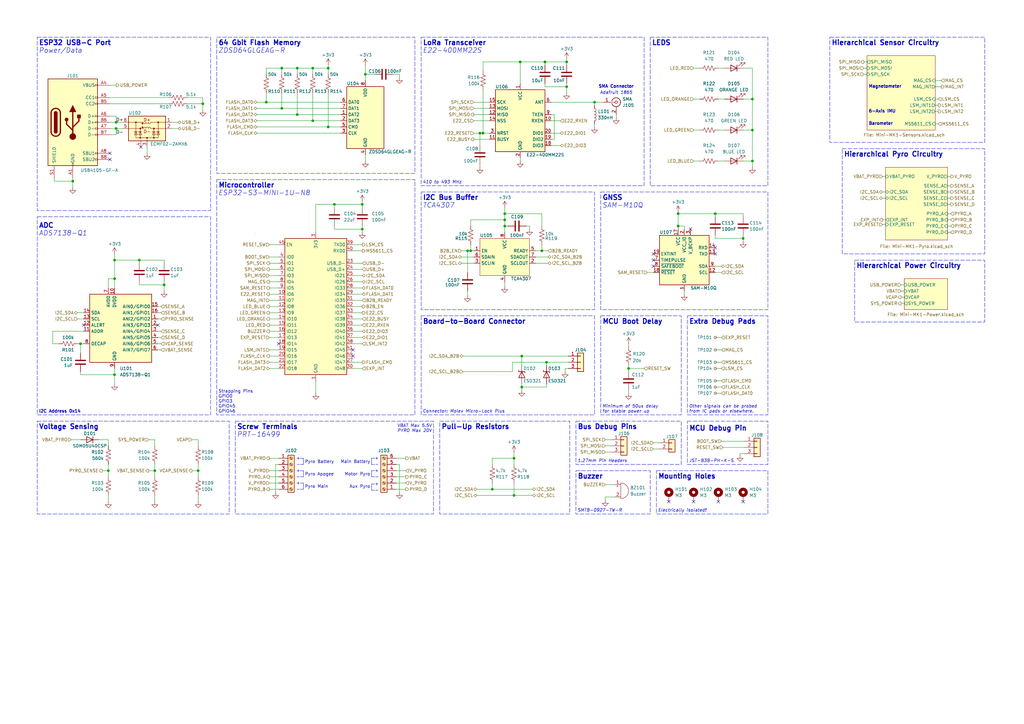
<source format=kicad_sch>
(kicad_sch (version 20250114) (generator "eeschema") (generator_version "9.0")
  (paper "A3")
  (title_block (title "MIDAS Mini MK1") (date "2025-12-01") (rev "A") (company "Illinois Space Society") (comment 3 "Thomas McManamen") (comment 4 "Contributors: Chethan Karandikar, Melody Parker, Jackie Li, Aarav Dudhia, Michael Cyrwus,"))
  (rectangle (start 15.24 15.24) (end 86.36 86.36) (stroke (width 0) (type dash)))
  (rectangle (start 236.22 172.72) (end 279.4 190.5) (stroke (width 0) (type dash)))
  (rectangle (start 96.52 172.72) (end 177.8 210.82) (stroke (width 0) (type dash)))
  (rectangle (start 281.94 172.72) (end 314.96 190.5) (stroke (width 0) (type dash)))
  (rectangle (start 269.24 193.04) (end 314.96 210.82) (stroke (width 0) (type dash)))
  (rectangle (start 172.72 15.24) (end 264.16 76.2) (stroke (width 0) (type dash)))
  (rectangle (start 340.36 15.24) (end 403.86 58.42) (stroke (width 0) (type dash)))
  (rectangle (start 15.24 172.72) (end 93.98 210.82) (stroke (width 0) (type dash)))
  (rectangle (start 88.9 15.24) (end 170.18 71.12) (stroke (width 0) (type dash)))
  (rectangle (start 246.38 129.54) (end 279.4 170.18) (stroke (width 0) (type dash)))
  (rectangle (start 15.24 88.9) (end 86.36 170.18) (stroke (width 0) (type dash)))
  (rectangle (start 246.38 78.74) (end 314.96 127) (stroke (width 0) (type dash)))
  (rectangle (start 172.72 129.54) (end 243.84 170.18) (stroke (width 0) (type dash)))
  (rectangle (start 180.34 172.72) (end 233.68 210.82) (stroke (width 0) (type dash)))
  (rectangle (start 236.22 193.04) (end 266.7 210.82) (stroke (width 0) (type dash)))
  (rectangle (start 266.7 15.24) (end 314.96 76.2) (stroke (width 0) (type dash)))
  (rectangle (start 345.44 60.96) (end 403.86 104.14) (stroke (width 0) (type dash)))
  (rectangle (start 281.94 129.54) (end 314.96 170.18) (stroke (width 0) (type dash)))
  (rectangle (start 104.775 95.885) (end 104.775 95.885))
  (rectangle (start 172.72 78.74) (end 243.84 127) (stroke (width 0) (type dash)))
  (rectangle (start 271.145 31.75) (end 271.145 31.75))
  (rectangle (start 350.52 106.68) (end 403.86 132.08) (stroke (width 0) (type dash)))
  (rectangle (start 88.9 73.66) (end 170.18 170.18) (stroke (width 0) (type dash)))
  (text "JST-B3B-PH-K-S" (at 282.575 189.865 0) (effects (font (size 1.27 1.27) (italic yes)) (justify left bottom)))
  (text "1.27mm Pin Headers" (at 236.855 189.865 0) (effects (font (size 1.27 1.27) (italic yes)) (justify left bottom)))
  (text "ZDSD64GLGEAG-R" (at 89.535 19.685 0) (effects (font (size 2 2) (italic yes)) (justify left top)))
  (text "410 to 493 MHz" (at 173.355 75.565 0) (effects (font (size 1.27 1.27) (italic yes)) (justify left bottom)))
  (text "-" (at 153.67 201.93 0) (effects (font (size 1.27 1.27)) (justify left bottom)))
  (text "Main Battery\n" (at 151.892 190.246 0) (effects (font (size 1.27 1.27)) (justify right bottom)))
  (text "I2C Address 0x14" (at 15.875 169.545 0) (effects (font (size 1.27 1.27) (thickness 0.254) (bold yes)) (justify left bottom)))
  (text "+" (at 123.19 193.929 0) (effects (font (size 1.27 1.27)) (justify right bottom)))
  (text "-" (at 123.19 191.389 0) (effects (font (size 1.27 1.27)) (justify right bottom)))
  (text "Power/Data" (at 15.875 19.685 0) (effects (font (size 2 2) (italic yes)) (justify left top)))
  (text "Other signals can be probed\nfrom IC pads or elsewhere." (at 282.575 169.545 0) (effects (font (size 1.27 1.27) (italic yes)) (justify left bottom)))
  (text "SMA Connector" (at 252.73 35.56 0) (effects (font (size 1.27 1.27) (thickness 0.254) (bold yes))))
  (text "Pull-Up Resistors" (at 180.975 173.99 0) (effects (font (size 2 2) (thickness 0.4) (bold yes)) (justify left top)))
  (text "-" (at 123.19 201.549 0) (effects (font (size 1.27 1.27)) (justify right bottom)))
  (text "Aux Pyro" (at 151.892 200.406 0) (effects (font (size 1.27 1.27)) (justify right bottom)))
  (text "Hierarchical Power Circuitry\n" (at 351.155 107.95 0) (effects (font (size 2 2) (bold yes)) (justify left top)))
  (text "I2C Bus Buffer" (at 173.355 80.01 0) (effects (font (size 2 2) (thickness 0.4) (bold yes)) (justify left top)))
  (text "SAM-M10Q" (at 247.015 83.185 0) (effects (font (size 2 2) (italic yes)) (justify left top)))
  (text "VBAT Max 5.5V\nPYRO Max 20V" (at 177.165 173.99 0) (effects (font (size 1.27 1.27) (italic yes)) (justify right top)))
  (text "Electrically isolated!" (at 269.875 210.185 0) (effects (font (size 1.27 1.27) (italic yes)) (justify left bottom)))
  (text "Hierarchical Pyro Circuitry\n" (at 346.075 62.23 0) (effects (font (size 2 2) (bold yes)) (justify left top)))
  (text "Pyro Battery" (at 124.968 190.246 0) (effects (font (size 1.27 1.27)) (justify left bottom)))
  (text "Extra Debug Pads\n" (at 282.575 130.81 0) (effects (font (size 2 2) (thickness 0.4) (bold yes)) (justify left top)))
  (text "Strapping Pins\nGPIO0\nGPIO3\nGPIO45\nGPIO46" (at 89.535 169.545 0) (effects (font (size 1.27 1.27)) (justify left bottom)))
  (text "+" (at 153.67 188.849 0) (effects (font (size 1.27 1.27)) (justify left bottom)))
  (text "ADS7138-Q1" (at 15.875 94.615 0) (effects (font (size 2 2) (italic yes)) (justify left top)))
  (text "Bus Debug Pins\n\n" (at 236.855 173.99 0) (effects (font (size 2 2) (thickness 0.4) (bold yes)) (justify left top)))
  (text "Minimum of 50us delay\nfor stable power up\n" (at 247.015 169.545 0) (effects (font (size 1.27 1.27) (italic yes)) (justify left bottom)))
  (text "MCU Debug Pin\n\n" (at 282.575 174.625 0) (effects (font (size 2 2) (thickness 0.4) (bold yes)) (justify left top)))
  (text "Pyro Apogee" (at 124.968 195.326 0) (effects (font (size 1.27 1.27)) (justify left bottom)))
  (text "Hierarchical Sensor Circuitry\n" (at 340.995 16.51 0) (effects (font (size 2 2) (bold yes)) (justify left top)))
  (text "ESP32 USB-C Port\n" (at 15.875 16.51 0) (effects (font (size 2 2) (thickness 0.4) (bold yes)) (justify left top)))
  (text "E22-400MM22S" (at 173.355 19.685 0) (effects (font (size 2 2) (italic yes)) (justify left top)))
  (text "MCU Boot Delay" (at 247.015 130.81 0) (effects (font (size 2 2) (thickness 0.4) (bold yes)) (justify left top)))
  (text "-" (at 153.67 196.469 0) (effects (font (size 1.27 1.27)) (justify left bottom)))
  (text "Connector: Molex Micro-Lock Plus" (at 173.355 169.545 0) (effects (font (size 1.27 1.27) (italic yes)) (justify left bottom)))
  (text "-" (at 123.19 196.469 0) (effects (font (size 1.27 1.27)) (justify right bottom)))
  (text "PRT-16499" (at 97.155 177.165 0) (effects (font (size 2 2) (italic yes)) (justify left top)))
  (text "Pyro Main" (at 124.968 200.406 0) (effects (font (size 1.27 1.27)) (justify left bottom)))
  (text "SMTB-0927-TW-R" (at 236.855 210.185 0) (effects (font (size 1.27 1.27) (italic yes)) (justify left bottom)))
  (text "-" (at 153.67 191.389 0) (effects (font (size 1.27 1.27)) (justify left bottom)))
  (text "Mounting Holes" (at 269.875 194.31 0) (effects (font (size 2 2) (thickness 0.4) (bold yes)) (justify left top)))
  (text "64 Gbit Flash Memory\n" (at 89.535 16.51 0) (effects (font (size 2 2) (bold yes)) (justify left top)))
  (text "LEDS" (at 267.335 16.51 0) (effects (font (size 2 2) (thickness 0.4) (bold yes)) (justify left top)))
  (text "Barometer\n" (at 356.235 50.8 0) (effects (font (size 1.27 1.27) (thickness 0.254) (bold yes)) (justify left)))
  (text "GNSS" (at 247.015 80.01 0) (effects (font (size 2 2) (thickness 0.4) (bold yes)) (justify left top)))
  (text "Buzzer" (at 236.855 194.31 0) (effects (font (size 2 2) (thickness 0.4) (bold yes)) (justify left top)))
  (text "+" (at 123.19 188.849 0) (effects (font (size 1.27 1.27)) (justify right bottom)))
  (text "TCA4307" (at 173.355 83.185 0) (effects (font (size 2 2) (italic yes)) (justify left top)))
  (text "+" (at 123.19 199.009 0) (effects (font (size 1.27 1.27)) (justify right bottom)))
  (text "+" (at 153.67 199.39 0) (effects (font (size 1.27 1.27)) (justify left bottom)))
  (text "Adafruit 1865" (at 252.73 38.1 0) (effects (font (size 1.27 1.27) (italic yes))))
  (text "6-Axis IMU\n" (at 356.235 45.72 0) (effects (font (size 1.27 1.27) (thickness 0.254) (bold yes)) (justify left)))
  (text "ESP32-S3-MINI-1U-N8" (at 89.535 78.105 0) (effects (font (size 2 2) (italic yes)) (justify left top)))
  (text "ADC" (at 15.875 91.44 0) (effects (font (size 2 2) (thickness 0.4) (bold yes)) (justify left top)))
  (text "Screw Terminals\n" (at 97.155 173.99 0) (effects (font (size 2 2) (thickness 0.4) (bold yes)) (justify left top)))
  (text "+" (at 153.67 193.929 0) (effects (font (size 1.27 1.27)) (justify left bottom)))
  (text "Motor Pyro" (at 151.892 195.326 0) (effects (font (size 1.27 1.27)) (justify right bottom)))
  (text "Microcontroller" (at 89.535 74.93 0) (effects (font (size 2 2) (bold yes)) (justify left top)))
  (text "Board-to-Board Connector" (at 173.355 130.81 0) (effects (font (size 2 2) (thickness 0.4) (bold yes)) (justify left top)))
  (text "LoRa Transceiver" (at 173.355 16.51 0) (effects (font (size 2 2) (bold yes)) (justify left top)))
  (text "Voltage Sensing\n" (at 15.875 173.99 0) (effects (font (size 2 2) (thickness 0.4) (bold yes)) (justify left top)))
  (text "Magnetometer" (at 356.235 35.56 0) (effects (font (size 1.27 1.27) (thickness 0.254) (bold yes)) (justify left)))
  (junction (at 207.01 87.63))
  (junction (at 121.92 27.94))
  (junction (at 128.27 27.94))
  (junction (at 137.16 83.82))
  (junction (at 210.82 203.2))
  (junction (at 207.01 90.17))
  (junction (at 308.61 53.34))
  (junction (at 232.41 25.4))
  (junction (at 201.93 200.66))
  (junction (at 293.37 87.63))
  (junction (at 148.59 83.82))
  (junction (at 63.5 193.04))
  (junction (at 213.995 146.05))
  (junction (at 222.25 102.87))
  (junction (at 278.13 87.63))
  (junction (at 149.86 30.48))
  (junction (at 207.01 92.71))
  (junction (at 213.995 158.75))
  (junction (at 148.59 93.98))
  (junction (at 47.625 52.705))
  (junction (at 257.81 151.13))
  (junction (at 304.8 97.79))
  (junction (at 193.04 102.87))
  (junction (at 210.82 187.96))
  (junction (at 243.84 41.91))
  (junction (at 46.99 153.67))
  (junction (at 29.845 74.295))
  (junction (at 109.22 41.91))
  (junction (at 121.92 46.99))
  (junction (at 81.28 193.04))
  (junction (at 83.185 42.545))
  (junction (at 308.61 40.64))
  (junction (at 46.99 106.68))
  (junction (at 198.12 54.61))
  (junction (at 33.02 140.97))
  (junction (at 128.27 49.53))
  (junction (at 213.36 25.4))
  (junction (at 44.45 193.04))
  (junction (at 191.77 102.87))
  (junction (at 232.41 35.56))
  (junction (at 115.57 44.45))
  (junction (at 134.62 27.94))
  (junction (at 278.13 92.71))
  (junction (at 57.15 106.68))
  (junction (at 67.31 116.84))
  (junction (at 47.625 50.165))
  (junction (at 46.99 114.3))
  (junction (at 224.155 148.59))
  (junction (at 223.52 25.4))
  (junction (at 308.61 66.04))
  (junction (at 134.62 52.07))
  (junction (at 196.85 54.61))
  (junction (at 115.57 27.94))
  (no_connect (at 274.32 205.74))
  (no_connect (at 283.21 93.98))
  (no_connect (at 294.64 205.74))
  (no_connect (at 293.37 104.14))
  (no_connect (at 267.97 104.14))
  (no_connect (at 45.085 62.865))
  (no_connect (at 57.785 60.325))
  (no_connect (at 293.37 101.6))
  (no_connect (at 304.8 205.74))
  (no_connect (at 64.77 133.35))
  (no_connect (at 34.29 133.35))
  (no_connect (at 144.78 146.05))
  (no_connect (at 114.3 140.97))
  (no_connect (at 45.085 65.405))
  (no_connect (at 144.78 143.51))
  (no_connect (at 267.97 109.22))
  (no_connect (at 284.48 205.74))
  (no_connect (at 267.97 106.68))
  (wire (pts (xy 149.86 30.48) (xy 149.86 33.02)))
  (wire (pts (xy 66.04 140.97) (xy 64.77 140.97)))
  (wire (pts (xy 294.64 27.94) (xy 297.18 27.94)))
  (wire (pts (xy 248.285 203.835) (xy 252.095 203.835)))
  (wire (pts (xy 361.95 72.39) (xy 363.22 72.39)))
  (wire (pts (xy 222.25 87.63) (xy 207.01 87.63)))
  (wire (pts (xy 45.085 50.165) (xy 47.625 50.165)))
  (wire (pts (xy 128.27 38.1) (xy 128.27 49.53)))
  (wire (pts (xy 29.21 180.34) (xy 33.02 180.34)))
  (wire (pts (xy 229.87 59.69) (xy 226.06 59.69)))
  (wire (pts (xy 189.865 146.05) (xy 213.995 146.05)))
  (wire (pts (xy 219.71 105.41) (xy 224.79 105.41)))
  (wire (pts (xy 196.85 54.61) (xy 198.12 54.61)))
  (wire (pts (xy 128.27 49.53) (xy 139.7 49.53)))
  (wire (pts (xy 45.085 47.625) (xy 47.625 47.625)))
  (wire (pts (xy 46.99 157.48) (xy 46.99 153.67)))
  (wire (pts (xy 47.625 52.705) (xy 47.625 55.245)))
  (wire (pts (xy 46.99 104.14) (xy 46.99 106.68)))
  (polyline (pts (xy 152.4 195.58) (xy 152.4 193.04)))
  (wire (pts (xy 243.84 50.8) (xy 243.84 52.07)))
  (wire (pts (xy 148.59 82.55) (xy 148.59 83.82)))
  (wire (pts (xy 278.13 87.63) (xy 278.13 92.71)))
  (wire (pts (xy 110.49 115.57) (xy 114.3 115.57)))
  (polyline (pts (xy 124.46 193.04) (xy 123.19 193.04)))
  (wire (pts (xy 294.64 66.04) (xy 297.18 66.04)))
  (wire (pts (xy 191.77 102.87) (xy 191.77 111.76)))
  (wire (pts (xy 213.995 158.75) (xy 224.155 158.75)))
  (polyline (pts (xy 124.46 198.12) (xy 123.19 198.12)))
  (wire (pts (xy 293.37 87.63) (xy 304.8 87.63)))
  (wire (pts (xy 308.61 68.58) (xy 308.61 66.04)))
  (wire (pts (xy 304.8 97.79) (xy 304.8 99.06)))
  (wire (pts (xy 388.62 95.25) (xy 389.89 95.25)))
  (wire (pts (xy 110.49 151.13) (xy 114.3 151.13)))
  (wire (pts (xy 207.01 92.71) (xy 207.01 95.25)))
  (wire (pts (xy 227.33 46.99) (xy 227.33 57.15)))
  (wire (pts (xy 219.71 107.95) (xy 224.79 107.95)))
  (wire (pts (xy 210.82 187.96) (xy 210.82 190.5)))
  (wire (pts (xy 44.45 205.74) (xy 44.45 203.2)))
  (wire (pts (xy 257.81 160.02) (xy 257.81 161.29)))
  (wire (pts (xy 193.04 90.17) (xy 193.04 92.71)))
  (wire (pts (xy 308.61 40.64) (xy 308.61 53.34)))
  (wire (pts (xy 134.62 27.94) (xy 128.27 27.94)))
  (wire (pts (xy 304.8 53.34) (xy 308.61 53.34)))
  (wire (pts (xy 110.49 110.49) (xy 114.3 110.49)))
  (wire (pts (xy 46.99 106.68) (xy 57.15 106.68)))
  (wire (pts (xy 144.78 125.73) (xy 148.59 125.73)))
  (wire (pts (xy 383.54 40.64) (xy 384.81 40.64)))
  (wire (pts (xy 189.23 105.41) (xy 194.31 105.41)))
  (wire (pts (xy 388.62 90.17) (xy 389.89 90.17)))
  (wire (pts (xy 67.31 106.68) (xy 67.31 107.95)))
  (wire (pts (xy 144.78 115.57) (xy 148.59 115.57)))
  (wire (pts (xy 265.43 111.76) (xy 267.97 111.76)))
  (polyline (pts (xy 124.46 187.96) (xy 123.19 187.96)))
  (wire (pts (xy 144.78 123.19) (xy 148.59 123.19)))
  (wire (pts (xy 105.41 41.91) (xy 109.22 41.91)))
  (wire (pts (xy 81.28 190.5) (xy 81.28 193.04)))
  (polyline (pts (xy 124.46 195.58) (xy 124.46 193.04)))
  (wire (pts (xy 60.96 193.04) (xy 63.5 193.04)))
  (wire (pts (xy 144.78 110.49) (xy 148.59 110.49)))
  (wire (pts (xy 110.49 107.95) (xy 114.3 107.95)))
  (wire (pts (xy 248.285 203.835) (xy 248.285 205.105)))
  (wire (pts (xy 134.62 27.94) (xy 134.62 30.48)))
  (wire (pts (xy 115.57 44.45) (xy 139.7 44.45)))
  (wire (pts (xy 369.57 121.92) (xy 370.84 121.92)))
  (wire (pts (xy 304.8 87.63) (xy 304.8 88.9)))
  (wire (pts (xy 293.37 148.59) (xy 295.91 148.59)))
  (wire (pts (xy 361.95 90.17) (xy 363.22 90.17)))
  (polyline (pts (xy 123.19 190.5) (xy 124.46 190.5)))
  (wire (pts (xy 231.775 151.13) (xy 233.045 151.13)))
  (wire (pts (xy 110.49 118.11) (xy 114.3 118.11)))
  (wire (pts (xy 110.49 105.41) (xy 114.3 105.41)))
  (wire (pts (xy 66.04 128.27) (xy 64.77 128.27)))
  (wire (pts (xy 369.57 124.46) (xy 370.84 124.46)))
  (wire (pts (xy 66.04 138.43) (xy 64.77 138.43)))
  (wire (pts (xy 163.83 30.48) (xy 163.83 31.75)))
  (polyline (pts (xy 152.4 193.04) (xy 153.67 193.04)))
  (wire (pts (xy 189.865 152.4) (xy 210.185 152.4)))
  (wire (pts (xy 247.65 41.91) (xy 243.84 41.91)))
  (wire (pts (xy 278.13 87.63) (xy 293.37 87.63)))
  (wire (pts (xy 198.12 36.83) (xy 198.12 54.61)))
  (wire (pts (xy 110.49 123.19) (xy 114.3 123.19)))
  (wire (pts (xy 121.92 27.94) (xy 115.57 27.94)))
  (wire (pts (xy 213.995 158.75) (xy 213.995 160.02)))
  (wire (pts (xy 144.78 140.97) (xy 148.59 140.97)))
  (wire (pts (xy 110.49 120.65) (xy 114.3 120.65)))
  (wire (pts (xy 46.99 151.13) (xy 46.99 153.67)))
  (wire (pts (xy 70.485 50.165) (xy 73.025 50.165)))
  (wire (pts (xy 67.31 116.84) (xy 67.31 115.57)))
  (wire (pts (xy 70.485 52.705) (xy 73.025 52.705)))
  (wire (pts (xy 284.48 40.64) (xy 287.02 40.64)))
  (wire (pts (xy 213.995 146.05) (xy 233.045 146.05)))
  (wire (pts (xy 114.3 190.5) (xy 113.03 190.5)))
  (wire (pts (xy 21.59 140.97) (xy 21.59 135.89)))
  (wire (pts (xy 224.155 148.59) (xy 224.155 149.86)))
  (wire (pts (xy 29.845 74.295) (xy 22.225 74.295)))
  (wire (pts (xy 226.06 49.53) (xy 229.87 49.53)))
  (wire (pts (xy 63.5 203.2) (xy 63.5 205.74)))
  (wire (pts (xy 293.37 156.21) (xy 295.91 156.21)))
  (wire (pts (xy 21.59 140.97) (xy 24.13 140.97)))
  (wire (pts (xy 361.95 81.28) (xy 363.22 81.28)))
  (polyline (pts (xy 124.46 200.66) (xy 124.46 198.12)))
  (wire (pts (xy 46.99 106.68) (xy 46.99 114.3)))
  (wire (pts (xy 293.37 161.29) (xy 295.91 161.29)))
  (wire (pts (xy 41.91 193.04) (xy 44.45 193.04)))
  (wire (pts (xy 305.435 186.055) (xy 303.53 186.055)))
  (wire (pts (xy 144.78 130.81) (xy 148.59 130.81)))
  (wire (pts (xy 191.77 119.38) (xy 191.77 121.285)))
  (wire (pts (xy 31.75 140.97) (xy 33.02 140.97)))
  (wire (pts (xy 226.06 46.99) (xy 227.33 46.99)))
  (wire (pts (xy 137.16 83.82) (xy 148.59 83.82)))
  (wire (pts (xy 129.54 83.82) (xy 129.54 95.25)))
  (wire (pts (xy 144.78 120.65) (xy 148.59 120.65)))
  (wire (pts (xy 110.49 200.66) (xy 114.3 200.66)))
  (wire (pts (xy 63.5 182.88) (xy 63.5 180.34)))
  (wire (pts (xy 81.28 203.2) (xy 81.28 205.74)))
  (wire (pts (xy 144.78 135.89) (xy 148.59 135.89)))
  (wire (pts (xy 257.81 149.86) (xy 257.81 151.13)))
  (polyline (pts (xy 123.19 200.66) (xy 124.46 200.66)))
  (wire (pts (xy 78.74 193.04) (xy 81.28 193.04)))
  (wire (pts (xy 45.085 42.545) (xy 69.215 42.545)))
  (wire (pts (xy 217.17 92.71) (xy 217.17 93.98)))
  (wire (pts (xy 66.04 125.73) (xy 64.77 125.73)))
  (wire (pts (xy 109.22 38.1) (xy 109.22 41.91)))
  (wire (pts (xy 137.16 83.82) (xy 137.16 85.09)))
  (wire (pts (xy 210.185 148.59) (xy 224.155 148.59)))
  (wire (pts (xy 76.835 40.005) (xy 83.185 40.005)))
  (wire (pts (xy 293.37 97.79) (xy 304.8 97.79)))
  (wire (pts (xy 252.73 46.99) (xy 252.73 48.26)))
  (wire (pts (xy 278.13 92.71) (xy 278.13 93.98)))
  (wire (pts (xy 110.49 195.58) (xy 114.3 195.58)))
  (wire (pts (xy 354.33 27.94) (xy 355.6 27.94)))
  (wire (pts (xy 137.16 93.98) (xy 137.16 92.71)))
  (wire (pts (xy 194.31 49.53) (xy 200.66 49.53)))
  (wire (pts (xy 193.04 90.17) (xy 207.01 90.17)))
  (wire (pts (xy 354.33 30.48) (xy 355.6 30.48)))
  (wire (pts (xy 383.54 33.02) (xy 386.08 33.02)))
  (wire (pts (xy 294.64 53.34) (xy 297.18 53.34)))
  (wire (pts (xy 354.33 25.4) (xy 355.6 25.4)))
  (wire (pts (xy 105.41 46.99) (xy 121.92 46.99)))
  (wire (pts (xy 293.37 96.52) (xy 293.37 97.79)))
  (wire (pts (xy 308.61 27.94) (xy 308.61 40.64)))
  (wire (pts (xy 121.92 38.1) (xy 121.92 46.99)))
  (wire (pts (xy 207.01 85.09) (xy 207.01 87.63)))
  (wire (pts (xy 293.37 143.51) (xy 295.91 143.51)))
  (wire (pts (xy 248.285 182.88) (xy 250.825 182.88)))
  (wire (pts (xy 45.085 40.005) (xy 69.215 40.005)))
  (wire (pts (xy 308.61 40.64) (xy 304.8 40.64)))
  (wire (pts (xy 388.62 92.71) (xy 389.89 92.71)))
  (wire (pts (xy 110.49 130.81) (xy 114.3 130.81)))
  (wire (pts (xy 229.87 54.61) (xy 226.06 54.61)))
  (wire (pts (xy 115.57 27.94) (xy 115.57 30.48)))
  (wire (pts (xy 293.37 158.75) (xy 295.91 158.75)))
  (wire (pts (xy 295.91 111.76) (xy 293.37 111.76)))
  (wire (pts (xy 47.625 52.705) (xy 50.165 52.705)))
  (wire (pts (xy 115.57 38.1) (xy 115.57 44.45)))
  (polyline (pts (xy 123.19 195.58) (xy 124.46 195.58)))
  (polyline (pts (xy 153.67 190.5) (xy 152.4 190.5)))
  (wire (pts (xy 304.8 66.04) (xy 308.61 66.04)))
  (wire (pts (xy 63.5 193.04) (xy 63.5 195.58)))
  (wire (pts (xy 222.25 100.33) (xy 222.25 102.87)))
  (wire (pts (xy 121.92 27.94) (xy 128.27 27.94)))
  (wire (pts (xy 110.49 148.59) (xy 114.3 148.59)))
  (wire (pts (xy 63.5 190.5) (xy 63.5 193.04)))
  (wire (pts (xy 149.86 63.5) (xy 149.86 66.04)))
  (polyline (pts (xy 153.67 195.58) (xy 152.4 195.58)))
  (wire (pts (xy 388.62 76.2) (xy 389.89 76.2)))
  (wire (pts (xy 194.31 54.61) (xy 196.85 54.61)))
  (wire (pts (xy 110.49 138.43) (xy 114.3 138.43)))
  (polyline (pts (xy 152.4 187.96) (xy 153.67 187.96)))
  (wire (pts (xy 193.04 100.33) (xy 193.04 102.87)))
  (wire (pts (xy 121.92 46.99) (xy 139.7 46.99)))
  (wire (pts (xy 162.56 190.5) (xy 163.83 190.5)))
  (wire (pts (xy 144.78 151.13) (xy 148.59 151.13)))
  (wire (pts (xy 198.12 54.61) (xy 200.66 54.61)))
  (wire (pts (xy 210.82 185.42) (xy 210.82 187.96)))
  (wire (pts (xy 44.45 180.34) (xy 44.45 182.88)))
  (wire (pts (xy 383.54 50.8) (xy 384.81 50.8)))
  (wire (pts (xy 144.78 128.27) (xy 148.59 128.27)))
  (wire (pts (xy 195.58 200.66) (xy 201.93 200.66)))
  (wire (pts (xy 105.41 52.07) (xy 134.62 52.07)))
  (wire (pts (xy 232.41 24.13) (xy 232.41 25.4)))
  (wire (pts (xy 243.84 41.91) (xy 243.84 43.18)))
  (wire (pts (xy 215.9 92.71) (xy 217.17 92.71)))
  (wire (pts (xy 201.93 190.5) (xy 201.93 187.96)))
  (wire (pts (xy 198.12 25.4) (xy 213.36 25.4)))
  (wire (pts (xy 81.28 182.88) (xy 81.28 180.34)))
  (wire (pts (xy 113.03 190.5) (xy 113.03 201.93)))
  (wire (pts (xy 232.41 34.29) (xy 232.41 35.56)))
  (wire (pts (xy 47.625 34.925) (xy 45.085 34.925)))
  (wire (pts (xy 207.01 87.63) (xy 207.01 90.17)))
  (wire (pts (xy 369.57 116.84) (xy 370.84 116.84)))
  (wire (pts (xy 134.62 26.67) (xy 134.62 27.94)))
  (wire (pts (xy 213.36 64.77) (xy 213.36 66.04)))
  (wire (pts (xy 388.62 87.63) (xy 389.89 87.63)))
  (wire (pts (xy 224.155 148.59) (xy 233.045 148.59)))
  (wire (pts (xy 149.86 26.67) (xy 149.86 30.48)))
  (wire (pts (xy 29.845 74.295) (xy 29.845 76.835)))
  (wire (pts (xy 213.36 25.4) (xy 213.36 34.29)))
  (wire (pts (xy 257.81 151.13) (xy 257.81 152.4)))
  (wire (pts (xy 193.04 102.87) (xy 194.31 102.87)))
  (wire (pts (xy 57.15 116.84) (xy 57.15 115.57)))
  (wire (pts (xy 194.31 44.45) (xy 200.66 44.45)))
  (wire (pts (xy 109.22 27.94) (xy 115.57 27.94)))
  (wire (pts (xy 57.15 116.84) (xy 67.31 116.84)))
  (wire (pts (xy 196.85 54.61) (xy 196.85 59.69)))
  (polyline (pts (xy 152.4 201.041) (xy 152.4 198.501)))
  (wire (pts (xy 278.13 86.995) (xy 278.13 87.63)))
  (polyline (pts (xy 124.46 190.5) (xy 124.46 187.96)))
  (wire (pts (xy 388.62 72.39) (xy 389.89 72.39)))
  (wire (pts (xy 110.49 133.35) (xy 114.3 133.35)))
  (wire (pts (xy 144.78 138.43) (xy 148.59 138.43)))
  (wire (pts (xy 232.41 35.56) (xy 223.52 35.56)))
  (wire (pts (xy 284.48 66.04) (xy 287.02 66.04)))
  (wire (pts (xy 293.37 87.63) (xy 293.37 88.9)))
  (wire (pts (xy 110.49 113.03) (xy 114.3 113.03)))
  (wire (pts (xy 195.58 203.2) (xy 210.82 203.2)))
  (wire (pts (xy 66.04 135.89) (xy 64.77 135.89)))
  (wire (pts (xy 210.82 198.12) (xy 210.82 203.2)))
  (wire (pts (xy 139.7 52.07) (xy 134.62 52.07)))
  (wire (pts (xy 21.59 135.89) (xy 34.29 135.89)))
  (wire (pts (xy 207.01 92.71) (xy 208.28 92.71)))
  (wire (pts (xy 149.86 30.48) (xy 153.67 30.48)))
  (wire (pts (xy 105.41 49.53) (xy 128.27 49.53)))
  (wire (pts (xy 194.31 57.15) (xy 200.66 57.15)))
  (wire (pts (xy 207.01 115.57) (xy 207.01 117.475)))
  (polyline (pts (xy 152.4 198.501) (xy 153.67 198.501)))
  (wire (pts (xy 76.835 42.545) (xy 83.185 42.545)))
  (wire (pts (xy 280.67 93.98) (xy 280.67 92.71)))
  (wire (pts (xy 232.41 35.56) (xy 232.41 38.1)))
  (wire (pts (xy 44.45 193.04) (xy 44.45 195.58)))
  (wire (pts (xy 47.625 55.245) (xy 45.085 55.245)))
  (wire (pts (xy 144.78 102.87) (xy 148.59 102.87)))
  (wire (pts (xy 280.67 120.65) (xy 280.67 119.38)))
  (wire (pts (xy 31.75 130.81) (xy 34.29 130.81)))
  (wire (pts (xy 219.71 102.87) (xy 222.25 102.87)))
  (wire (pts (xy 40.64 180.34) (xy 44.45 180.34)))
  (wire (pts (xy 144.78 107.95) (xy 148.59 107.95)))
  (wire (pts (xy 189.23 107.95) (xy 194.31 107.95)))
  (wire (pts (xy 161.29 30.48) (xy 163.83 30.48)))
  (wire (pts (xy 163.83 190.5) (xy 163.83 201.93)))
  (wire (pts (xy 248.285 180.34) (xy 250.825 180.34)))
  (wire (pts (xy 162.56 195.58) (xy 166.37 195.58)))
  (wire (pts (xy 47.625 50.165) (xy 50.165 50.165)))
  (wire (pts (xy 222.25 87.63) (xy 222.25 92.71)))
  (wire (pts (xy 148.59 93.98) (xy 148.59 92.71)))
  (wire (pts (xy 137.16 83.82) (xy 129.54 83.82)))
  (wire (pts (xy 144.78 118.11) (xy 148.59 118.11)))
  (wire (pts (xy 303.53 186.055) (xy 303.53 186.69)))
  (wire (pts (xy 257.81 151.13) (xy 264.16 151.13)))
  (wire (pts (xy 110.49 100.33) (xy 114.3 100.33)))
  (wire (pts (xy 222.25 102.87) (xy 224.79 102.87)))
  (wire (pts (xy 361.95 78.74) (xy 363.22 78.74)))
  (wire (pts (xy 144.78 100.33) (xy 148.59 100.33)))
  (wire (pts (xy 66.04 143.51) (xy 64.77 143.51)))
  (wire (pts (xy 110.49 193.04) (xy 114.3 193.04)))
  (wire (pts (xy 361.95 92.075) (xy 363.22 92.075)))
  (wire (pts (xy 250.825 185.42) (xy 248.285 185.42)))
  (wire (pts (xy 388.62 81.28) (xy 389.89 81.28)))
  (wire (pts (xy 110.49 135.89) (xy 114.3 135.89)))
  (wire (pts (xy 210.185 148.59) (xy 210.185 152.4)))
  (wire (pts (xy 109.22 41.91) (xy 139.7 41.91)))
  (wire (pts (xy 109.22 27.94) (xy 109.22 30.48)))
  (wire (pts (xy 295.91 109.22) (xy 293.37 109.22)))
  (wire (pts (xy 196.85 67.31) (xy 196.85 68.58)))
  (wire (pts (xy 213.995 146.05) (xy 213.995 149.86)))
  (wire (pts (xy 44.45 114.3) (xy 44.45 118.11)))
  (wire (pts (xy 162.56 200.66) (xy 166.37 200.66)))
  (wire (pts (xy 44.45 190.5) (xy 44.45 193.04)))
  (wire (pts (xy 189.23 102.87) (xy 191.77 102.87)))
  (wire (pts (xy 47.625 47.625) (xy 47.625 50.165)))
  (wire (pts (xy 137.16 93.98) (xy 148.59 93.98)))
  (wire (pts (xy 44.45 114.3) (xy 46.99 114.3)))
  (wire (pts (xy 33.02 140.97) (xy 34.29 140.97)))
  (wire (pts (xy 296.545 183.515) (xy 305.435 183.515)))
  (wire (pts (xy 213.995 157.48) (xy 213.995 158.75)))
  (wire (pts (xy 295.91 180.975) (xy 305.435 180.975)))
  (wire (pts (xy 64.77 130.81) (xy 66.04 130.81)))
  (wire (pts (xy 105.41 54.61) (xy 139.7 54.61)))
  (wire (pts (xy 46.99 114.3) (xy 46.99 118.11)))
  (wire (pts (xy 201.93 198.12) (xy 201.93 200.66)))
  (wire (pts (xy 308.61 53.34) (xy 308.61 66.04)))
  (wire (pts (xy 162.56 198.12) (xy 166.37 198.12)))
  (wire (pts (xy 284.48 27.94) (xy 287.02 27.94)))
  (wire (pts (xy 105.41 44.45) (xy 115.57 44.45)))
  (wire (pts (xy 33.02 140.97) (xy 33.02 144.78)))
  (wire (pts (xy 45.085 52.705) (xy 47.625 52.705)))
  (wire (pts (xy 226.06 41.91) (xy 243.84 41.91)))
  (wire (pts (xy 231.775 151.13) (xy 231.775 152.4)))
  (wire (pts (xy 144.78 148.59) (xy 148.59 148.59)))
  (wire (pts (xy 224.155 158.75) (xy 224.155 157.48)))
  (wire (pts (xy 383.54 43.18) (xy 384.81 43.18)))
  (wire (pts (xy 128.27 30.48) (xy 128.27 27.94)))
  (wire (pts (xy 198.12 29.21) (xy 198.12 25.4)))
  (wire (pts (xy 110.49 146.05) (xy 114.3 146.05)))
  (wire (pts (xy 223.52 25.4) (xy 223.52 26.67)))
  (wire (pts (xy 201.93 200.66) (xy 218.44 200.66)))
  (wire (pts (xy 304.8 96.52) (xy 304.8 97.79)))
  (wire (pts (xy 383.54 35.56) (xy 386.08 35.56)))
  (wire (pts (xy 129.54 156.21) (xy 129.54 161.29)))
  (wire (pts (xy 121.92 27.94) (xy 121.92 30.48)))
  (wire (pts (xy 223.52 35.56) (xy 223.52 34.29)))
  (wire (pts (xy 388.62 78.74) (xy 389.89 78.74)))
  (wire (pts (xy 369.57 119.38) (xy 370.84 119.38)))
  (wire (pts (xy 284.48 53.34) (xy 287.02 53.34)))
  (wire (pts (xy 267.97 181.61) (xy 270.51 181.61)))
  (wire (pts (xy 278.13 92.71) (xy 280.67 92.71)))
  (wire (pts (xy 162.56 187.96) (xy 166.37 187.96)))
  (wire (pts (xy 134.62 38.1) (xy 134.62 52.07)))
  (wire (pts (xy 83.185 45.085) (xy 83.185 42.545)))
  (wire (pts (xy 232.41 25.4) (xy 232.41 26.67)))
  (wire (pts (xy 110.49 143.51) (xy 114.3 143.51)))
  (wire (pts (xy 110.49 198.12) (xy 114.3 198.12)))
  (wire (pts (xy 227.33 57.15) (xy 226.06 57.15)))
  (wire (pts (xy 191.77 102.87) (xy 193.04 102.87)))
  (wire (pts (xy 248.285 198.755) (xy 252.095 198.755)))
  (wire (pts (xy 29.845 73.025) (xy 29.845 74.295)))
  (wire (pts (xy 144.78 113.03) (xy 148.59 113.03)))
  (wire (pts (xy 194.31 46.99) (xy 200.66 46.99)))
  (wire (pts (xy 144.78 133.35) (xy 148.59 133.35)))
  (wire (pts (xy 60.325 62.865) (xy 60.325 60.325)))
  (wire (pts (xy 83.185 40.005) (xy 83.185 42.545)))
  (wire (pts (xy 57.15 107.95) (xy 57.15 106.68)))
  (polyline (pts (xy 152.4 190.5) (xy 152.4 187.96)))
  (wire (pts (xy 81.28 193.04) (xy 81.28 195.58)))
  (wire (pts (xy 81.28 180.34) (xy 78.74 180.34)))
  (wire (pts (xy 67.31 116.84) (xy 67.31 119.38)))
  (wire (pts (xy 57.15 106.68) (xy 67.31 106.68)))
  (wire (pts (xy 63.5 180.34) (xy 60.96 180.34)))
  (wire (pts (xy 201.93 187.96) (xy 210.82 187.96)))
  (wire (pts (xy 148.59 83.82) (xy 148.59 85.09)))
  (wire (pts (xy 110.49 128.27) (xy 114.3 128.27)))
  (wire (pts (xy 294.64 40.64) (xy 297.18 40.64)))
  (wire (pts (xy 388.62 83.82) (xy 389.89 83.82)))
  (wire (pts (xy 162.56 193.04) (xy 166.37 193.04)))
  (wire (pts (xy 232.41 25.4) (xy 223.52 25.4)))
  (wire (pts (xy 207.01 90.17) (xy 207.01 92.71)))
  (wire (pts (xy 33.02 153.67) (xy 33.02 152.4)))
  (wire (pts (xy 22.225 73.025) (xy 22.225 74.295)))
  (wire (pts (xy 194.31 41.91) (xy 200.66 41.91)))
  (wire (pts (xy 293.37 138.43) (xy 295.91 138.43)))
  (polyline (pts (xy 153.67 201.041) (xy 152.4 201.041)))
  (wire (pts (xy 257.81 140.97) (xy 257.81 142.24)))
  (wire (pts (xy 110.49 187.96) (xy 114.3 187.96)))
  (wire (pts (xy 267.97 184.15) (xy 270.51 184.15)))
  (wire (pts (xy 223.52 25.4) (xy 213.36 25.4)))
  (wire (pts (xy 293.37 151.13) (xy 295.91 151.13)))
  (wire (pts (xy 110.49 125.73) (xy 114.3 125.73)))
  (wire (pts (xy 308.61 27.94) (xy 304.8 27.94)))
  (wire (pts (xy 210.82 203.2) (xy 218.44 203.2)))
  (wire (pts (xy 148.59 95.25) (xy 148.59 93.98)))
  (wire (pts (xy 31.75 128.27) (xy 34.29 128.27)))
  (wire (pts (xy 383.54 45.72) (xy 384.81 45.72)))
  (wire (pts (xy 33.02 153.67) (xy 46.99 153.67)))
  (label "D+" (at 47.625 50.165 0))
  (label "D-" (at 47.625 55.245 0))
  (hierarchical_label "EXP_RESET" (shape input) (at 361.95 92.075 180))
  (hierarchical_label "SAM_RESET" (shape output) (at 110.49 118.11 180))
  (hierarchical_label "SENSE_A" (shape input) (at 66.04 125.73 0))
  (hierarchical_label "SYS_POWER" (shape output) (at 369.57 124.46 180))
  (hierarchical_label "VBAT" (shape output) (at 166.37 187.96 0))
  (hierarchical_label "BOOT_SW" (shape input) (at 295.91 180.975 180))
  (hierarchical_label "I2C_SDA" (shape bidirectional) (at 295.91 109.22 0))
  (hierarchical_label "SPI_SCK" (shape output) (at 110.49 107.95 180))
  (hierarchical_label "V_PYRO" (shape input) (at 110.49 193.04 180))
  (hierarchical_label "BUZZER" (shape input) (at 248.285 198.755 180))
  (hierarchical_label "FLASH_DAT2" (shape bidirectional) (at 105.41 46.99 180))
  (hierarchical_label "PYRO_D" (shape output) (at 166.37 200.66 0))
  (hierarchical_label "MS5611_CS" (shape input) (at 295.91 148.59 0))
  (hierarchical_label "SENSE_D" (shape input) (at 66.04 138.43 0))
  (hierarchical_label "RESET_SW" (shape input) (at 110.49 100.33 180))
  (hierarchical_label "SENSE_C" (shape input) (at 66.04 135.89 0))
  (hierarchical_label "PYRO_C" (shape input) (at 389.89 92.71 0))
  (hierarchical_label "I2C_SDA_B2B" (shape bidirectional) (at 224.79 105.41 0))
  (hierarchical_label "SPI_SCK" (shape input) (at 354.33 30.48 180))
  (hierarchical_label "VBAT_PYRO" (shape input) (at 29.21 180.34 180))
  (hierarchical_label "VBAT_SENSE" (shape input) (at 66.04 143.51 0))
  (hierarchical_label "RESET_SW" (shape input) (at 296.545 183.515 180))
  (hierarchical_label "EXP_INT" (shape input) (at 148.59 151.13 0))
  (hierarchical_label "B2B_EN" (shape output) (at 148.59 125.73 0))
  (hierarchical_label "SENSE_B" (shape output) (at 389.89 78.74 0))
  (hierarchical_label "USB_D-" (shape bidirectional) (at 73.025 52.705 0))
  (hierarchical_label "SPI_MOSI" (shape output) (at 110.49 110.49 180))
  (hierarchical_label "MS5611_CS" (shape output) (at 148.59 102.87 0))
  (hierarchical_label "USB_POWER" (shape input) (at 369.57 116.84 180))
  (hierarchical_label "FLASH_DAT1" (shape bidirectional) (at 148.59 120.65 0))
  (hierarchical_label "PYRO_SENSE" (shape output) (at 41.91 193.04 180))
  (hierarchical_label "I2C_SCL" (shape input) (at 267.97 184.15 180))
  (hierarchical_label "PYRO_SENSE" (shape input) (at 66.04 130.81 0))
  (hierarchical_label "I2C_SDA" (shape bidirectional) (at 361.95 78.74 180))
  (hierarchical_label "SPI_MISO" (shape input) (at 110.49 113.03 180))
  (hierarchical_label "LSM_INT1" (shape input) (at 110.49 143.51 180))
  (hierarchical_label "SENSE_A" (shape output) (at 389.89 76.2 0))
  (hierarchical_label "FLASH_CLK" (shape input) (at 295.91 158.75 0))
  (hierarchical_label "FLASH_CMD" (shape input) (at 295.91 156.21 0))
  (hierarchical_label "SPI_MISO" (shape input) (at 248.285 185.42 180))
  (hierarchical_label "E22_RXEN" (shape input) (at 148.59 133.35 0))
  (hierarchical_label "SPI_MOSI" (shape input) (at 354.33 27.94 180))
  (hierarchical_label "E22_DIO1" (shape bidirectional) (at 148.59 138.43 0))
  (hierarchical_label "FLASH_CMD" (shape output) (at 148.59 148.59 0))
  (hierarchical_label "LED_RED" (shape input) (at 284.48 27.94 180))
  (hierarchical_label "FLASH_DAT0" (shape input) (at 295.91 161.29 0))
  (hierarchical_label "E22_DIO1" (shape bidirectional) (at 229.87 54.61 0))
  (hierarchical_label "I2C_SDA" (shape input) (at 267.97 181.61 180))
  (hierarchical_label "MAG_CS" (shape input) (at 386.08 33.02 0))
  (hierarchical_label "I2C_SCL" (shape bidirectional) (at 361.95 81.28 180))
  (hierarchical_label "USB_POWER" (shape output) (at 47.625 34.925 0))
  (hierarchical_label "SYS_POWER" (shape input) (at 60.96 180.34 180))
  (hierarchical_label "LSM_INT2" (shape output) (at 384.81 45.72 0))
  (hierarchical_label "SENSE_D" (shape output) (at 389.89 83.82 0))
  (hierarchical_label "PYRO_B" (shape input) (at 389.89 90.17 0))
  (hierarchical_label "FLASH_DAT0" (shape bidirectional) (at 105.41 41.91 180))
  (hierarchical_label "E22_DIO3" (shape bidirectional) (at 229.87 59.69 0))
  (hierarchical_label "VBAT_PYRO" (shape output) (at 110.49 187.96 180))
  (hierarchical_label "LED_GREEN" (shape input) (at 284.48 53.34 180))
  (hierarchical_label "LED_BLUE" (shape input) (at 284.48 66.04 180))
  (hierarchical_label "E22_RESET" (shape input) (at 194.31 54.61 180))
  (hierarchical_label "B2B_READY" (shape input) (at 224.79 102.87 0))
  (hierarchical_label "I2C_SCL" (shape bidirectional) (at 148.59 115.57 0))
  (hierarchical_label "SPI_MOSI" (shape input) (at 194.31 44.45 180))
  (hierarchical_label "FLASH_DAT1" (shape bidirectional) (at 105.41 44.45 180))
  (hierarchical_label "I2C_SCL" (shape input) (at 31.75 130.81 180))
  (hierarchical_label "BUZZER" (shape output) (at 110.49 135.89 180))
  (hierarchical_label "FLASH_DAT3" (shape bidirectional) (at 105.41 49.53 180))
  (hierarchical_label "I2C_SCL" (shape bidirectional) (at 218.44 203.2 0))
  (hierarchical_label "E22_BUSY" (shape output) (at 194.31 57.15 180))
  (hierarchical_label "SPI_MISO" (shape output) (at 194.31 46.99 180))
  (hierarchical_label "SPI_MISO" (shape output) (at 354.33 25.4 180))
  (hierarchical_label "E22_CS" (shape output) (at 148.59 128.27 0))
  (hierarchical_label "I2C_SDA_B2B" (shape bidirectional) (at 189.865 146.05 180))
  (hierarchical_label "PYRO_A" (shape input) (at 389.89 87.63 0))
  (hierarchical_label "SPI_SCK" (shape input) (at 248.285 180.34 180))
  (hierarchical_label "SAM_RESET" (shape input) (at 265.43 111.76 180))
  (hierarchical_label "LSM_INT1" (shape output) (at 384.81 43.18 0))
  (hierarchical_label "MAG_CS" (shape output) (at 110.49 115.57 180))
  (hierarchical_label "E22_CS" (shape input) (at 194.31 49.53 180))
  (hierarchical_label "LED_BLUE" (shape output) (at 110.49 125.73 180))
  (hierarchical_label "VCAP" (shape input) (at 78.74 180.34 180))
  (hierarchical_label "LED_ORANGE" (shape output) (at 110.49 130.81 180))
  (hierarchical_label "LSM_INT2" (shape input) (at 148.59 140.97 0))
  (hierarchical_label "I2C_SCL" (shape bidirectional) (at 189.23 107.95 180))
  (hierarchical_label "I2C_SDA" (shape bidirectional) (at 31.75 128.27 180))
  (hierarchical_label "LED_RED" (shape output) (at 110.49 133.35 180))
  (hierarchical_label "E22_BUSY" (shape input) (at 148.59 130.81 0))
  (hierarchical_label "PYRO_B" (shape output) (at 110.49 200.66 180))
  (hierarchical_label "V_PYRO" (shape input) (at 110.49 198.12 180))
  (hierarchical_label "I2C_SCL_B2B" (shape input) (at 189.865 152.4 180))
  (hierarchical_label "B2B_EN" (shape input) (at 189.23 102.87 180))
  (hierarchical_label "VBAT_SENSE" (shape output) (at 60.96 193.04 180))
  (hierarchical_label "FLASH_CLK" (shape output) (at 110.49 146.05 180))
  (hierarchical_label "E22_RESET" (shape output) (at 110.49 120.65 180))
  (hierarchical_label "E22_RXEN" (shape input) (at 229.87 49.53 0))
  (hierarchical_label "V_PYRO" (shape input) (at 166.37 198.12 0))
  (hierarchical_label "I2C_SCL" (shape bidirectional) (at 195.58 203.2 180))
  (hierarchical_label "E22_DIO3" (shape bidirectional) (at 148.59 135.89 0))
  (hierarchical_label "V_PYRO" (shape input) (at 166.37 193.04 0))
  (hierarchical_label "MAG_INT" (shape output) (at 386.08 35.56 0))
  (hierarchical_label "MAG_CS" (shape input) (at 295.91 143.51 0))
  (hierarchical_label "EXP_INT" (shape output) (at 361.95 90.17 180))
  (hierarchical_label "BOOT_SW" (shape input) (at 110.49 105.41 180))
  (hierarchical_label "EXP_RESET" (shape input) (at 110.49 138.43 180))
  (hierarchical_label "VBAT" (shape input) (at 369.57 119.38 180))
  (hierarchical_label "LSM_CS" (shape input) (at 384.81 40.64 0))
  (hierarchical_label "VCAP_SENSE" (shape input) (at 66.04 140.97 0))
  (hierarchical_label "FLASH_DAT3" (shape bidirectional) (at 110.49 148.59 180))
  (hierarchical_label "EXP_RESET" (shape input) (at 295.91 138.43 0))
  (hierarchical_label "I2C_SCL" (shape input) (at 295.91 111.76 0))
  (hierarchical_label "I2C_SCL_B2B" (shape bidirectional) (at 224.79 107.95 0))
  (hierarchical_label "MAG_INT" (shape input) (at 110.49 123.19 180))
  (hierarchical_label "I2C_SDA" (shape bidirectional) (at 148.59 113.03 0))
  (hierarchical_label "VCAP" (shape output) (at 369.57 121.92 180))
  (hierarchical_label "USB_D+" (shape bidirectional) (at 73.025 50.165 0))
  (hierarchical_label "I2C_SDA" (shape bidirectional) (at 218.44 200.66 0))
  (hierarchical_label "B2B_READY" (shape input) (at 148.59 123.19 0))
  (hierarchical_label "MS5611_CS" (shape input) (at 384.81 50.8 0))
  (hierarchical_label "USB_D+" (shape input) (at 148.59 110.49 0))
  (hierarchical_label "I2C_SDA" (shape bidirectional) (at 195.58 200.66 180))
  (hierarchical_label "V_PYRO" (shape output) (at 389.89 72.39 0))
  (hierarchical_label "USB_D-" (shape input) (at 148.59 107.95 0))
  (hierarchical_label "I2C_SDA" (shape bidirectional) (at 189.23 105.41 180))
  (hierarchical_label "FLASH_CLK" (shape bidirectional) (at 105.41 54.61 180))
  (hierarchical_label "LSM_CS" (shape input) (at 295.91 151.13 0))
  (hierarchical_label "PYRO_A" (shape output) (at 110.49 195.58 180))
  (hierarchical_label "FLASH_DAT2" (shape bidirectional) (at 110.49 151.13 180))
  (hierarchical_label "LED_GREEN" (shape output) (at 110.49 128.27 180))
  (hierarchical_label "VCAP_SENSE" (shape output) (at 78.74 193.04 180))
  (hierarchical_label "SPI_SCK" (shape input) (at 194.31 41.91 180))
  (hierarchical_label "SPI_MOSI" (shape input) (at 248.285 182.88 180))
  (hierarchical_label "SENSE_B" (shape input) (at 66.04 128.27 0))
  (hierarchical_label "VBAT_PYRO" (shape input) (at 361.95 72.39 180))
  (hierarchical_label "FLASH_CMD" (shape bidirectional) (at 105.41 52.07 180))
  (hierarchical_label "FLASH_DAT0" (shape bidirectional) (at 148.59 118.11 0))
  (hierarchical_label "PYRO_C" (shape output) (at 166.37 195.58 0))
  (hierarchical_label "LSM_CS" (shape output) (at 148.59 100.33 0))
  (hierarchical_label "LED_ORANGE" (shape input) (at 284.48 40.64 180))
  (hierarchical_label "RESET_SW" (shape input) (at 264.16 151.13 0))
  (hierarchical_label "PYRO_D" (shape input) (at 389.89 95.25 0))
  (hierarchical_label "SENSE_C" (shape output) (at 389.89 81.28 0))
  (symbol (lib_id "Connector:TestPoint_Small") (at 293.37 156.21 0) (mirror y) (unit 1)
    (property "Reference" "TP105" (at 292.1 156.21 0) (effects (justify left)))
    (property "Value" "TestPoint_Small" (effects (hide yes)))
    (property "Footprint" "TestPoint:TestPoint_Pad_D1.0mm" (effects (hide yes)))
  )
  (symbol (lib_id "Device:R_US") (at 81.28 186.69 0) (unit 1)
    (property "Reference" "R108" (at 82.55 185.42 0) (effects (justify left)))
    (property "Value" "100k" (at 82.55 187.96 0) (effects (justify left)))
    (property "Footprint" "Resistor_SMD:R_0402_1005Metric" (effects (hide yes)))
  )
  (symbol (lib_id "Mechanical:MountingHole_Pad") (at 294.64 203.2 0) (unit 1)
    (property "Reference" "H103" (at 297.18 200.66 0) (effects (justify left)))
    (property "Value" "M3" (at 297.18 203.2 0) (effects (justify left)))
    (property "Footprint" "MountingHole:MountingHole_3.2mm_M3_Pad_Via" (effects (hide yes)))
  )
  (symbol (lib_id "Device:R_US") (at 73.025 40.005 90) (unit 1)
    (property "Reference" "R106" (at 70.485 38.735 90) (effects (justify left)))
    (property "Value" "5.1k" (at 76.2 38.735 90) (effects (justify right)))
    (property "Footprint" "Resistor_SMD:R_0402_1005Metric" (effects (hide yes)))
  )
  (symbol (lib_id "Device:R_US") (at 222.25 96.52 180) (unit 1)
    (property "Reference" "R119" (at 223.52 97.79 0) (effects (justify right)))
    (property "Value" "10k" (at 223.52 95.885 0) (effects (justify right)))
    (property "Footprint" "Resistor_SMD:R_0402_1005Metric" (effects (hide yes)))
    (property "Description" "Resistor, US symbol" (effects (hide yes)))
  )
  (symbol (lib_id "power:GND") (at 46.99 157.48 0) (unit 1)
    (property "Reference" "#PWR0104" (effects (hide yes)))
    (property "Value" "GND" (effects (hide yes)))
    (property "Description" "Power symbol creates a global label with name \"GND\" , ground" (effects (hide yes)))
  )
  (symbol (lib_id "power:GND") (at 196.85 68.58 0) (unit 1)
    (property "Reference" "#PWR0121" (effects (hide yes)))
    (property "Value" "GND" (effects (hide yes)))
  )
  (symbol (lib_id "Device:R_US") (at 198.12 33.02 180) (unit 1)
    (property "Reference" "R116" (at 196.85 31.75 0) (effects (justify left)))
    (property "Value" "100k" (at 196.85 34.29 0) (effects (justify left)))
    (property "Footprint" "Resistor_SMD:R_0402_1005Metric" (effects (hide yes)))
  )
  (symbol (lib_name "GND_8") (lib_id "power:GND") (at 67.31 119.38 0) (unit 1)
    (property "Reference" "#PWR0107" (effects (hide yes)))
    (property "Value" "GND" (effects (hide yes)))
  )
  (symbol (lib_id "Device:R_US") (at 44.45 199.39 0) (unit 1)
    (property "Reference" "R103" (at 42.545 198.12 0) (effects (justify right)))
    (property "Value" "100k" (at 42.545 200.66 0) (effects (justify right)))
    (property "Footprint" "Resistor_SMD:R_0402_1005Metric" (effects (hide yes)))
  )
  (symbol (lib_id "Device:R_US") (at 290.83 53.34 90) (unit 1)
    (property "Reference" "R123" (at 290.83 46.99 90))
    (property "Value" "470" (at 290.83 49.53 90))
    (property "Footprint" "Resistor_SMD:R_0402_1005Metric" (effects (hide yes)))
  )
  (symbol (lib_id "power:GND") (at 243.84 52.07 0) (unit 1)
    (property "Reference" "#PWR0132" (effects (hide yes)))
    (property "Value" "GND" (effects (hide yes)))
  )
  (symbol (lib_id "Device:R_US") (at 27.94 140.97 90) (unit 1)
    (property "Reference" "R101" (at 27.94 143.51 90))
    (property "Value" "100k" (at 27.94 138.43 90))
    (property "Footprint" "Resistor_SMD:R_0402_1005Metric" (effects (hide yes)))
  )
  (symbol (lib_id "power:GND") (at 257.81 161.29 0) (unit 1)
    (property "Reference" "#PWR0136" (effects (hide yes)))
    (property "Value" "GND" (effects (hide yes)))
  )
  (symbol (lib_id "power:GND") (at 83.185 45.085 0) (unit 1)
    (property "Reference" "#PWR0109" (effects (hide yes)))
    (property "Value" "GND" (effects (hide yes)))
  )
  (symbol (lib_id "Device:Buzzer") (at 254.635 201.295 0) (unit 1)
    (property "Reference" "BZ101" (at 258.445 200.0249 0) (effects (justify left)))
    (property "Value" "Buzzer" (at 258.445 202.5649 0) (effects (justify left)))
    (property "Footprint" "Buzzer:Buzzer_SMTB-0927-TW-R" (effects (hide yes)))
    (property "Description" "Buzzer, polarized" (effects (hide yes)))
  )
  (symbol (lib_id "Connector_Generic:Conn_01x02") (at 275.59 181.61 0) (unit 1)
    (property "Reference" "J107" (at 275.59 179.07 0))
    (property "Value" "Conn_01x02" (effects (hide yes)))
    (property "Footprint" "Connector_PinHeader_1.27mm:PinHeader_1x02_P1.27mm_Vertical" (effects (hide yes)))
  )
  (symbol (lib_id "Connector:Conn_Coaxial") (at 252.73 41.91 0) (unit 1)
    (property "Reference" "J105" (at 255.27 43.18 0) (effects (justify left)))
    (property "Value" "SMA" (at 255.27 40.64 0) (effects (justify left)))
    (property "Footprint" "Connector_Coaxial:SMA_Molex_73251-2120_EdgeMount_Horizontal" (effects (hide yes)))
    (property "Datasheet" "https://www.adafruit.com/product/1865" (effects (hide yes)))
  )
  (symbol (lib_id "Connector:TestPoint_Small") (at 293.37 151.13 0) (mirror y) (unit 1)
    (property "Reference" "TP104" (at 292.1 151.13 0) (effects (justify left)))
    (property "Value" "TestPoint_Small" (effects (hide yes)))
    (property "Footprint" "TestPoint:TestPoint_Pad_D1.0mm" (effects (hide yes)))
  )
  (symbol (lib_id "Connector:Screw_Terminal_01x06") (at 119.38 193.04 0) (unit 1)
    (property "Reference" "J102" (at 119.38 184.785 0))
    (property "Value" "Screw_Terminal_01x06" (effects (hide yes)))
    (property "Footprint" "TerminalBlock_TE-Connectivity:TerminalBlock_TE_282834-6_1x06_P2.54mm_Horizontal" (effects (hide yes)))
    (property "Datasheet" "https://www.sparkfun.com/screw-terminals-2-54mm-pitch-6-pin.html?utm_source#content-documentation" (effects (hide yes)))
    (property "Description" "Generic screw terminal, single row, 01x06, script generated (kicad-library-utils/schlib/autogen/connector/)" (effects (hide yes)))
  )
  (symbol (lib_id "Device:C") (at 148.59 88.9 0) (unit 1)
    (property "Reference" "C105" (at 152.4 87.6299 0) (effects (justify left)))
    (property "Value" "100nF" (at 152.4 90.1699 0) (effects (justify left)))
    (property "Footprint" "Capacitor_SMD:C_0402_1005Metric" (effects (hide yes)))
    (property "Description" "Unpolarized capacitor" (effects (hide yes)))
  )
  (symbol (lib_id "Connector:TestPoint_Small") (at 293.37 143.51 0) (mirror y) (unit 1)
    (property "Reference" "TP102" (at 292.1 143.51 0) (effects (justify left)))
    (property "Value" "TestPoint_Small" (effects (hide yes)))
    (property "Footprint" "TestPoint:TestPoint_Pad_D1.0mm" (effects (hide yes)))
  )
  (symbol (lib_id "power:+3V3") (at 232.41 24.13 0) (mirror y) (unit 1)
    (property "Reference" "#PWR0130" (effects (hide yes)))
    (property "Value" "+3V3" (at 232.41 19.9969 0))
  )
  (symbol (lib_id "power:+3V3") (at 257.81 140.97 0) (unit 1)
    (property "Reference" "#PWR0135" (effects (hide yes)))
    (property "Value" "+3V3" (at 257.81 136.8369 0))
  )
  (symbol (lib_id "Connector:Screw_Terminal_01x06") (at 157.48 195.58 180) (unit 1)
    (property "Reference" "J103" (at 157.48 184.785 0))
    (property "Value" "Screw_Terminal_01x06" (effects (hide yes)))
    (property "Footprint" "TerminalBlock_TE-Connectivity:TerminalBlock_TE_282834-6_1x06_P2.54mm_Horizontal" (effects (hide yes)))
    (property "Datasheet" "https://www.sparkfun.com/screw-terminals-2-54mm-pitch-6-pin.html?utm_source#content-documentation" (effects (hide yes)))
    (property "Description" "Generic screw terminal, single row, 01x06, script generated (kicad-library-utils/schlib/autogen/connector/)" (effects (hide yes)))
  )
  (symbol (lib_id "Device:R_US") (at 121.92 34.29 180) (unit 1)
    (property "Reference" "R112" (at 122.555 37.465 0) (effects (justify right)))
    (property "Value" "50k" (at 122.555 30.48 0) (effects (justify right)))
    (property "Footprint" "Resistor_SMD:R_0402_1005Metric" (effects (hide yes)))
  )
  (symbol (lib_id "Device:C") (at 57.15 111.76 0) (unit 1)
    (property "Reference" "C102" (at 59.69 110.49 0) (effects (justify left)))
    (property "Value" "1uF" (at 59.69 113.03 0) (effects (justify left)))
    (property "Footprint" "Capacitor_SMD:C_0402_1005Metric" (effects (hide yes)))
    (property "Description" "Unpolarized capacitor" (effects (hide yes)))
  )
  (symbol (lib_id "Connector:TestPoint_Small") (at 293.37 158.75 0) (mirror y) (unit 1)
    (property "Reference" "TP106" (at 292.1 158.75 0) (effects (justify left)))
    (property "Value" "TestPoint_Small" (effects (hide yes)))
    (property "Footprint" "TestPoint:TestPoint_Pad_D1.0mm" (effects (hide yes)))
  )
  (symbol (lib_id "power:GND") (at 44.45 205.74 0) (unit 1)
    (property "Reference" "#PWR0102" (effects (hide yes)))
    (property "Value" "GND" (effects (hide yes)))
  )
  (symbol (lib_id "Device:R_US") (at 134.62 34.29 180) (unit 1)
    (property "Reference" "R114" (at 135.255 37.465 0) (effects (justify right)))
    (property "Value" "50k" (at 135.255 30.48 0) (effects (justify right)))
    (property "Footprint" "Resistor_SMD:R_0402_1005Metric" (effects (hide yes)))
  )
  (symbol (lib_id "Device:L") (at 243.84 46.99 0) (unit 1)
    (property "Reference" "L101" (at 247.65 45.72 0))
    (property "Value" "330nH" (at 245.11 48.26 0) (effects (justify left)))
    (property "Footprint" "Inductor_SMD:L_0402_1005Metric" (effects (hide yes)))
    (property "Datasheet" "https://www.murata.com/en-us/products/productdetail?partno=LQW18CAR33J00%23" (effects (hide yes)))
  )
  (symbol (lib_id "Device:R_US") (at 193.04 96.52 180) (unit 1)
    (property "Reference" "R115" (at 191.77 97.79 0) (effects (justify left)))
    (property "Value" "10k" (at 191.77 95.885 0) (effects (justify left)))
    (property "Footprint" "Resistor_SMD:R_0402_1005Metric" (effects (hide yes)))
    (property "Description" "Resistor, US symbol" (effects (hide yes)))
  )
  (symbol (lib_id "Device:R_US") (at 257.81 146.05 180) (unit 1)
    (property "Reference" "R120" (at 259.461 145.1415 0) (effects (justify right)))
    (property "Value" "20k" (at 259.461 147.9166 0) (effects (justify right)))
    (property "Footprint" "Resistor_SMD:R_0402_1005Metric" (effects (hide yes)))
  )
  (symbol (lib_id "Power_Protection:ECMF02-2AMX6") (at 60.325 52.705 0) (mirror y) (unit 1)
    (property "Reference" "U102" (at 52.705 46.355 0) (effects (justify right)))
    (property "Value" "ECMF02-2AMX6" (at 61.595 59.055 0) (effects (justify right)))
    (property "Footprint" "Package_DFN_QFN:ST_UQFN-6L_1.5x1.7mm_P0.5mm" (effects (hide yes)))
    (property "Datasheet" "https://www.st.com/resource/en/datasheet/ecmf02-2amx6.pdf" (effects (hide yes)))
  )
  (symbol (lib_id "power:+3V3") (at 134.62 26.67 0) (unit 1)
    (property "Reference" "#PWR0112" (effects (hide yes)))
    (property "Value" "+3V3" (at 134.62 22.5369 0))
  )
  (symbol (lib_id "Device:R_US") (at 44.45 186.69 0) (unit 1)
    (property "Reference" "R102" (at 42.545 185.42 0) (effects (justify right)))
    (property "Value" "560k" (at 42.545 187.96 0) (effects (justify right)))
    (property "Footprint" "Resistor_SMD:R_0402_1005Metric" (effects (hide yes)))
  )
  (symbol (lib_id "Device:C") (at 257.81 156.21 0) (unit 1)
    (property "Reference" "C112" (at 259.08 153.67 0) (effects (justify left)))
    (property "Value" "1uF" (at 259.08 158.75 0) (effects (justify left)))
    (property "Footprint" "Capacitor_SMD:C_0402_1005Metric" (effects (hide yes)))
  )
  (symbol (lib_id "power:+3V3") (at 210.82 185.42 0) (unit 1)
    (property "Reference" "#PWR0124" (effects (hide yes)))
    (property "Value" "+3V3" (at 210.82 181.2869 0))
  )
  (symbol (lib_id "power:GND") (at 191.77 121.285 0) (unit 1)
    (property "Reference" "#PWR0120" (effects (hide yes)))
    (property "Value" "GND" (effects (hide yes)))
  )
  (symbol (lib_id "power:GND") (at 163.83 31.75 0) (unit 1)
    (property "Reference" "#PWR0118" (effects (hide yes)))
    (property "Value" "GND" (effects (hide yes)))
  )
  (symbol (lib_id "power:GND") (at 232.41 38.1 0) (unit 1)
    (property "Reference" "#PWR0131" (effects (hide yes)))
    (property "Value" "GND" (effects (hide yes)))
  )
  (symbol (lib_id "Device:R_US") (at 210.82 194.31 180) (unit 1)
    (property "Reference" "R118" (at 212.09 195.58 0) (effects (justify right)))
    (property "Value" "4.7k" (at 212.09 193.04 0) (effects (justify right)))
    (property "Footprint" "Resistor_SMD:R_0402_1005Metric" (effects (hide yes)))
  )
  (symbol (lib_id "power:GND") (at 213.995 160.02 0) (unit 1)
    (property "Reference" "#PWR0126" (effects (hide yes)))
    (property "Value" "GND" (effects (hide yes)))
  )
  (symbol (lib_id "Device:R_US") (at 81.28 199.39 0) (unit 1)
    (property "Reference" "R109" (at 82.55 198.12 0) (effects (justify left)))
    (property "Value" "100k" (at 82.55 200.66 0) (effects (justify left)))
    (property "Footprint" "Resistor_SMD:R_0402_1005Metric" (effects (hide yes)))
  )
  (symbol (lib_id "power:GND") (at 213.36 66.04 0) (unit 1)
    (property "Reference" "#PWR0125" (effects (hide yes)))
    (property "Value" "GND" (effects (hide yes)))
  )
  (symbol (lib_name "GND_1") (lib_id "power:GND") (at 129.54 161.29 0) (unit 1)
    (property "Reference" "#PWR0111" (effects (hide yes)))
    (property "Value" "GND" (effects (hide yes)))
    (property "Description" "Power symbol creates a global label with name \"GND\" , ground" (effects (hide yes)))
  )
  (symbol (lib_id "Device:C") (at 304.8 92.71 180) (unit 1)
    (property "Reference" "C114" (at 307.34 91.44 0) (effects (justify right)))
    (property "Value" "100nF" (at 307.34 93.98 0) (effects (justify right)))
    (property "Footprint" "Capacitor_SMD:C_0402_1005Metric" (effects (hide yes)))
    (property "Description" "Unpolarized capacitor" (effects (hide yes)))
  )
  (symbol (lib_id "RF_GPS:SAM-M8Q") (at 280.67 106.68 0) (unit 1)
    (property "Reference" "U107" (at 270.51 95.25 0) (effects (justify left)))
    (property "Value" "SAM-M10Q" (at 283.21 118.11 0) (effects (justify left)))
    (property "Footprint" "RF_GPS:ublox_SAM-M8Q" (effects (hide yes)))
    (property "Datasheet" "https://www.u-blox.com/sites/default/files/SAM-M8Q_DataSheet_%28UBX-16012619%29.pdf" (effects (hide yes)))
    (property "Description" "GPS ublox M8 variant" (effects (hide yes)))
  )
  (symbol (lib_id "Device:C") (at 212.09 92.71 90) (unit 1)
    (property "Reference" "C109" (at 212.09 88.9 90))
    (property "Value" "100nF" (at 212.09 96.52 90))
    (property "Footprint" "Capacitor_SMD:C_0402_1005Metric" (effects (hide yes)))
    (property "Description" "Unpolarized capacitor" (effects (hide yes)))
  )
  (symbol (lib_id "Analog_ADC_Texas:ADS7138-Q1") (at 49.53 133.35 0) (unit 1)
    (property "Reference" "U101" (at 49.1333 151.13 0) (effects (justify left)))
    (property "Value" "ADS7138-Q1" (at 49.1333 153.67 0) (effects (justify left)))
    (property "Footprint" "Package_DFN_QFN:WQFN-16-1EP_3x3mm_P0.5mm_EP1.68x1.68mm" (effects (hide yes)))
    (property "Datasheet" "https://www.ti.com/lit/ds/symlink/ads7138-q1.pdf" (effects (hide yes)))
    (property "Description" "Small, 8-Channel, 12-Bit ADC With I2C Interface, GPIOs, and CRC" (effects (hide yes)))
  )
  (symbol (lib_id "D24V50F5:C") (at 196.85 63.5 0) (unit 1)
    (property "Reference" "C108" (at 196.215 60.96 0) (effects (justify right)))
    (property "Value" "100nF" (at 196.215 66.04 0) (effects (justify right)))
    (property "Footprint" "Capacitor_SMD:C_0402_1005Metric" (effects (hide yes)))
  )
  (symbol (lib_name "GND_7") (lib_id "power:GND") (at 304.8 99.06 0) (unit 1)
    (property "Reference" "#PWR0119" (effects (hide yes)))
    (property "Value" "GND" (effects (hide yes)))
    (property "Description" "Power symbol creates a global label with name \"GND\" , ground" (effects (hide yes)))
  )
  (symbol (lib_id "Device:C") (at 67.31 111.76 0) (unit 1)
    (property "Reference" "C103" (at 69.85 110.49 0) (effects (justify left)))
    (property "Value" "1uF" (at 69.85 113.03 0) (effects (justify left)))
    (property "Footprint" "Capacitor_SMD:C_0402_1005Metric" (effects (hide yes)))
    (property "Description" "Unpolarized capacitor" (effects (hide yes)))
  )
  (symbol (lib_id "Device:R_US") (at 290.83 66.04 90) (unit 1)
    (property "Reference" "R124" (at 290.83 59.69 90))
    (property "Value" "470" (at 290.83 62.23 90))
    (property "Footprint" "Resistor_SMD:R_0402_1005Metric" (effects (hide yes)))
  )
  (symbol (lib_id "D24V50F5:C") (at 232.41 30.48 0) (unit 1)
    (property "Reference" "C111" (at 231.775 27.94 0) (effects (justify right)))
    (property "Value" "10nF" (at 231.775 33.02 0) (effects (justify right)))
    (property "Footprint" "Capacitor_SMD:C_0402_1005Metric" (effects (hide yes)))
  )
  (symbol (lib_id "Device:LED") (at 300.99 40.64 180) (unit 1)
    (property "Reference" "D105" (at 300.99 34.29 0))
    (property "Value" "ORANGE LED" (at 300.99 36.83 0))
    (property "Footprint" "LED_SMD:LED_0603_1608Metric" (effects (hide yes)))
    (property "Datasheet" "https://www.kingbrightusa.com/images/catalog/SPEC/APTD1608LSECK-J4-PF.pdf" (effects (hide yes)))
  )
  (symbol (lib_id "D24V50F5:C") (at 223.52 30.48 0) (unit 1)
    (property "Reference" "C110" (at 222.885 27.94 0) (effects (justify right)))
    (property "Value" "10uF" (at 222.885 33.02 0) (effects (justify right)))
    (property "Footprint" "Capacitor_SMD:C_0402_1005Metric" (effects (hide yes)))
  )
  (symbol (lib_id "Connector:TestPoint_Small") (at 293.37 161.29 0) (mirror y) (unit 1)
    (property "Reference" "TP107" (at 292.1 161.29 0) (effects (justify left)))
    (property "Value" "TestPoint_Small" (effects (hide yes)))
    (property "Footprint" "TestPoint:TestPoint_Pad_D1.0mm" (effects (hide yes)))
  )
  (symbol (lib_id "Connector_Generic:Conn_01x03") (at 255.905 182.88 0) (unit 1)
    (property "Reference" "J106" (at 255.905 177.8 0))
    (property "Value" "Conn_01x03" (effects (hide yes)))
    (property "Footprint" "Connector_PinHeader_1.27mm:PinHeader_1x03_P1.27mm_Vertical" (effects (hide yes)))
  )
  (symbol (lib_id "power:GND") (at 163.83 201.93 0) (unit 1)
    (property "Reference" "#PWR0117" (effects (hide yes)))
    (property "Value" "GND" (effects (hide yes)))
  )
  (symbol (lib_id "Device:LED") (at 300.99 27.94 180) (unit 1)
    (property "Reference" "D104" (at 300.99 21.59 0))
    (property "Value" "RED LED" (at 300.99 24.13 0))
    (property "Footprint" "LED_SMD:LED_0603_1608Metric" (effects (hide yes)))
    (property "Datasheet" "https://www.kingbrightusa.com/images/catalog/SPEC/APT1608SURCK.pdf" (effects (hide yes)))
  )
  (symbol (lib_id "Interface_I2C_Texas:TCA4307") (at 207.01 105.41 0) (unit 1)
    (property "Reference" "U105" (at 196.85 96.52 0) (effects (justify left)))
    (property "Value" "TCA4307" (at 209.55 114.3 0) (effects (justify left)))
    (property "Footprint" "Package_SON:WSON-8-1EP_3x3mm_P0.5mm_EP1.45x2.4mm" (effects (hide yes)))
    (property "Datasheet" "https://www.ti.com/lit/ds/symlink/tca4307.pdf" (effects (hide yes)))
    (property "Description" "Hot Swappable I2C Bus and SMBus Buffer with Stuck Bus Recovery, WSON-8" (effects (hide yes)))
  )
  (symbol (lib_id "power:GND") (at 207.01 117.475 0) (unit 1)
    (property "Reference" "#PWR0123" (effects (hide yes)))
    (property "Value" "GND" (effects (hide yes)))
  )
  (symbol (lib_id "power:GND") (at 252.73 48.26 0) (unit 1)
    (property "Reference" "#PWR0134" (effects (hide yes)))
    (property "Value" "GND" (effects (hide yes)))
  )
  (symbol (lib_id "power:GND") (at 308.61 68.58 0) (unit 1)
    (property "Reference" "#PWR0141" (effects (hide yes)))
    (property "Value" "GND" (effects (hide yes)))
  )
  (symbol (lib_id "power:+3V3") (at 148.59 82.55 0) (unit 1)
    (property "Reference" "#PWR0113" (effects (hide yes)))
    (property "Value" "+3V3" (at 148.59 78.4169 0))
  )
  (symbol (lib_id "Connector_Generic:Conn_01x03") (at 310.515 183.515 0) (unit 1)
    (property "Reference" "J108" (at 310.515 178.435 0))
    (property "Value" "Conn_01x03" (effects (hide yes)))
    (property "Footprint" "Connector_JST:JST_PH_B3B-PH-K_1x03_P2.00mm_Vertical" (effects (hide yes)))
    (property "Datasheet" "https://www.jst-mfg.com/product/pdf/eng/ePH.pdf" (effects (hide yes)))
  )
  (symbol (lib_id "power:GND") (at 217.17 93.98 0) (unit 1)
    (property "Reference" "#PWR0128" (effects (hide yes)))
    (property "Value" "GND" (effects (hide yes)))
  )
  (symbol (lib_id "power:GND") (at 149.86 66.04 0) (unit 1)
    (property "Reference" "#PWR0116" (effects (hide yes)))
    (property "Value" "GND" (effects (hide yes)))
  )
  (symbol (lib_id "Device:C") (at 157.48 30.48 270) (unit 1)
    (property "Reference" "C106" (at 151.13 29.21 90) (effects (justify left)))
    (property "Value" "100nF" (at 158.75 29.21 90) (effects (justify left)))
    (property "Footprint" "Capacitor_SMD:C_0402_1005Metric" (effects (hide yes)))
  )
  (symbol (lib_id "Device:D_TVS") (at 224.155 153.67 90) (unit 1)
    (property "Reference" "D103" (at 224.79 151.13 90) (effects (justify right)))
    (property "Value" "ESD321" (at 224.79 156.21 90) (effects (justify right)))
    (property "Footprint" "Package_SON:Texas_DPY0002A_0.6x1mm_P0.65mm" (effects (hide yes)))
    (property "Datasheet" "https://www.ti.com/lit/ds/symlink/esd321.pdf" (effects (hide yes)))
    (property "Description" "Unidirectional transient-voltage-suppression diode" (effects (hide yes)))
  )
  (symbol (lib_id "Connector:TestPoint_Small") (at 293.37 148.59 0) (mirror y) (unit 1)
    (property "Reference" "TP103" (at 292.1 148.59 0) (effects (justify left)))
    (property "Value" "TestPoint_Small" (effects (hide yes)))
    (property "Footprint" "TestPoint:TestPoint_Pad_D1.0mm" (effects (hide yes)))
  )
  (symbol (lib_id "RF_Module_Ebyte:E22-400MM22S") (at 213.36 49.53 0) (unit 1)
    (property "Reference" "U106" (at 203.2 35.56 0) (effects (justify left)))
    (property "Value" "E22-400MM22S" (at 215.9 63.5 0) (effects (justify left)))
    (property "Footprint" "RF_Module_Ebyte:E22-400MM22S" (effects (hide yes)))
    (property "Datasheet" "https://www.cdebyte.com/products/E22-400MM22S/" (effects (hide yes)))
    (property "Description" "433/470MHz, LoRa Module, SX1268" (effects (hide yes)))
  )
  (symbol (lib_id "power:GND") (at 60.325 62.865 0) (unit 1)
    (property "Reference" "#PWR0105" (effects (hide yes)))
    (property "Value" "GND" (effects (hide yes)))
  )
  (symbol (lib_id "power:+3V3") (at 46.99 104.14 0) (unit 1)
    (property "Reference" "#PWR0103" (effects (hide yes)))
    (property "Value" "+3V3" (at 46.99 100.0069 0))
  )
  (symbol (lib_id "Device:R_US") (at 201.93 194.31 180) (unit 1)
    (property "Reference" "R117" (at 203.2 195.58 0) (effects (justify right)))
    (property "Value" "4.7k" (at 203.2 193.04 0) (effects (justify right)))
    (property "Footprint" "Resistor_SMD:R_0402_1005Metric" (effects (hide yes)))
  )
  (symbol (lib_id "Device:D_TVS") (at 213.995 153.67 90) (unit 1)
    (property "Reference" "D102" (at 214.63 151.13 90) (effects (justify right)))
    (property "Value" "ESD321" (at 214.63 156.21 90) (effects (justify right)))
    (property "Footprint" "Package_SON:Texas_DPY0002A_0.6x1mm_P0.65mm" (effects (hide yes)))
    (property "Datasheet" "https://www.ti.com/lit/ds/symlink/esd321.pdf" (effects (hide yes)))
    (property "Description" "Unidirectional transient-voltage-suppression diode" (effects (hide yes)))
  )
  (symbol (lib_id "Connector:TestPoint_Small") (at 293.37 138.43 0) (mirror y) (unit 1)
    (property "Reference" "TP101" (at 292.1 138.43 0) (effects (justify left)))
    (property "Value" "TestPoint_Small" (effects (hide yes)))
    (property "Footprint" "TestPoint:TestPoint_Pad_D1.0mm" (effects (hide yes)))
  )
  (symbol (lib_id "Device:R_US") (at 128.27 34.29 180) (unit 1)
    (property "Reference" "R113" (at 128.905 37.465 0) (effects (justify right)))
    (property "Value" "50k" (at 128.905 30.48 0) (effects (justify right)))
    (property "Footprint" "Resistor_SMD:R_0402_1005Metric" (effects (hide yes)))
  )
  (symbol (lib_name "GND_6") (lib_id "power:GND") (at 113.03 201.93 0) (unit 1)
    (property "Reference" "#PWR0110" (effects (hide yes)))
    (property "Value" "GND" (effects (hide yes)))
    (property "Description" "Power symbol creates a global label with name \"GND\" , ground" (effects (hide yes)))
  )
  (symbol (lib_id "Device:C") (at 293.37 92.71 180) (unit 1)
    (property "Reference" "C113" (at 295.91 91.44 0) (effects (justify right)))
    (property "Value" "100nF" (at 295.91 93.98 0) (effects (justify right)))
    (property "Footprint" "Capacitor_SMD:C_0402_1005Metric" (effects (hide yes)))
    (property "Description" "Unpolarized capacitor" (effects (hide yes)))
  )
  (symbol (lib_id "Device:R_US") (at 290.83 40.64 90) (unit 1)
    (property "Reference" "R122" (at 290.83 34.29 90))
    (property "Value" "470" (at 290.83 36.83 90))
    (property "Footprint" "Resistor_SMD:R_0402_1005Metric" (effects (hide yes)))
  )
  (symbol (lib_id "Memory_Flash_Zetta:ZDSD64GLGEAG-R") (at 149.86 48.26 0) (unit 1)
    (property "Reference" "U104" (at 144.78 34.29 0))
    (property "Value" "ZDSD64GLGEAG-R" (at 160.02 62.23 0))
    (property "Footprint" "Package_LGA:LGA-8_8x6.2mm_P1.27mm" (effects (hide yes)))
    (property "Datasheet" "https://www.lcsc.com/datasheet/lcsc_datasheet_2410010132_Zetta-ZDSD64GLGEAG-R_C5277948.pdf" (effects (hide yes)))
    (property "Description" "64Gbit NAND Flash, SD2.0, 50MHz, LGA-8" (effects (hide yes)))
  )
  (symbol (lib_id "power:GND") (at 29.845 76.835 0) (unit 1)
    (property "Reference" "#PWR0101" (effects (hide yes)))
    (property "Value" "GND" (effects (hide yes)))
  )
  (symbol (lib_id "Device:R_US") (at 63.5 199.39 0) (unit 1)
    (property "Reference" "R105" (at 61.595 198.12 0) (effects (justify right)))
    (property "Value" "100k" (at 61.595 200.66 0) (effects (justify right)))
    (property "Footprint" "Resistor_SMD:R_0402_1005Metric" (effects (hide yes)))
  )
  (symbol (lib_id "Device:R_US") (at 109.22 34.29 180) (unit 1)
    (property "Reference" "R110" (at 109.855 37.465 0) (effects (justify right)))
    (property "Value" "50k" (at 109.855 30.48 0) (effects (justify right)))
    (property "Footprint" "Resistor_SMD:R_0402_1005Metric" (effects (hide yes)))
  )
  (symbol (lib_id "Mechanical:MountingHole_Pad") (at 284.48 203.2 0) (unit 1)
    (property "Reference" "H102" (at 287.02 200.66 0) (effects (justify left)))
    (property "Value" "M3" (at 287.02 203.2 0) (effects (justify left)))
    (property "Footprint" "MountingHole:MountingHole_3.2mm_M3_Pad_Via" (effects (hide yes)))
  )
  (symbol (lib_id "power:+3V3") (at 149.86 26.67 0) (unit 1)
    (property "Reference" "#PWR0115" (effects (hide yes)))
    (property "Value" "+3V3" (at 149.86 22.5369 0))
  )
  (symbol (lib_id "power:+3V3") (at 207.01 85.09 0) (mirror y) (unit 1)
    (property "Reference" "#PWR0122" (effects (hide yes)))
    (property "Value" "+3V3" (at 207.01 80.9569 0))
  )
  (symbol (lib_id "power:GND") (at 81.28 205.74 0) (unit 1)
    (property "Reference" "#PWR0108" (effects (hide yes)))
    (property "Value" "GND" (effects (hide yes)))
  )
  (symbol (lib_id "Device:R_US") (at 290.83 27.94 90) (unit 1)
    (property "Reference" "R121" (at 290.83 21.59 90))
    (property "Value" "470" (at 290.83 24.13 90))
    (property "Footprint" "Resistor_SMD:R_0402_1005Metric" (effects (hide yes)))
  )
  (symbol (lib_id "power:+3V3") (at 278.13 86.995 0) (mirror y) (unit 1)
    (property "Reference" "#PWR0137" (effects (hide yes)))
    (property "Value" "+3V3" (at 278.13 82.8619 0))
  )
  (symbol (lib_name "GND_5") (lib_id "power:GND") (at 248.285 205.105 0) (unit 1)
    (property "Reference" "#PWR0133" (effects (hide yes)))
    (property "Value" "GND" (effects (hide yes)))
    (property "Description" "Power symbol creates a global label with name \"GND\" , ground" (effects (hide yes)))
  )
  (symbol (lib_id "RF_Module:ESP32-S3-MINI-1U") (at 129.54 125.73 0) (unit 1)
    (property "Reference" "U103" (effects (hide yes)))
    (property "Value" "ESP32-S3-MINI-1U" (effects (hide yes)))
    (property "Footprint" "RF_Module:ESP32-S2-MINI-1U" (effects (hide yes)))
    (property "Datasheet" "https://www.espressif.com/sites/default/files/documentation/esp32-s3-mini-1_mini-1u_datasheet_en.pdf" (effects (hide yes)))
    (property "Description" "RF Module, ESP32-S3 SoC, Wi-Fi 802.11b/g/n, Bluetooth, BLE, 32-bit, 3.3V, SMD, external antenna" (effects (hide yes)))
  )
  (symbol (lib_id "Mechanical:MountingHole_Pad") (at 304.8 203.2 0) (unit 1)
    (property "Reference" "H104" (at 307.34 200.66 0) (effects (justify left)))
    (property "Value" "M3" (at 307.34 203.2 0) (effects (justify left)))
    (property "Footprint" "MountingHole:MountingHole_3.2mm_M3_Pad_Via" (effects (hide yes)))
  )
  (symbol (lib_id "Device:R_US") (at 63.5 186.69 0) (unit 1)
    (property "Reference" "R104" (at 61.595 185.42 0) (effects (justify right)))
    (property "Value" "100k" (at 61.595 187.96 0) (effects (justify right)))
    (property "Footprint" "Resistor_SMD:R_0402_1005Metric" (effects (hide yes)))
  )
  (symbol (lib_id "Connector_Generic:Conn_01x03") (at 238.125 148.59 0) (unit 1)
    (property "Reference" "J104" (at 238.125 143.51 0))
    (property "Value" "Conn_01x03" (effects (hide yes)))
    (property "Footprint" "Connector_Molex_Micro-Lock-Plus:Molex_Micro-Lock_2200980371_1x03_P1.25mm_Horizontal" (effects (hide yes)))
    (property "Datasheet" "https://www.molex.com/en-us/products/part-detail/2200980371" (effects (hide yes)))
  )
  (symbol (lib_id "Device:C") (at 137.16 88.9 0) (unit 1)
    (property "Reference" "C104" (at 140.97 87.6299 0) (effects (justify left)))
    (property "Value" "22uF" (at 140.97 90.1699 0) (effects (justify left)))
    (property "Footprint" "Capacitor_SMD:C_0402_1005Metric" (effects (hide yes)))
    (property "Description" "Unpolarized capacitor" (effects (hide yes)))
  )
  (symbol (lib_name "GND_2") (lib_id "power:GND") (at 148.59 95.25 0) (unit 1)
    (property "Reference" "#PWR0114" (effects (hide yes)))
    (property "Value" "GND" (effects (hide yes)))
    (property "Description" "Power symbol creates a global label with name \"GND\" , ground" (effects (hide yes)))
  )
  (symbol (lib_id "Device:LED") (at 300.99 53.34 180) (unit 1)
    (property "Reference" "D106" (at 300.99 46.99 0))
    (property "Value" "GREEN LED" (at 300.99 49.53 0))
    (property "Footprint" "LED_SMD:LED_0603_1608Metric" (effects (hide yes)))
    (property "Datasheet" "https://www.kingbrightusa.com/images/catalog/SPEC/APTD1608LZGCK.pdf" (effects (hide yes)))
  )
  (symbol (lib_id "Device:R_US") (at 73.025 42.545 90) (unit 1)
    (property "Reference" "R107" (at 70.485 43.815 90) (effects (justify left)))
    (property "Value" "5.1k" (at 76.2 43.815 90) (effects (justify right)))
    (property "Footprint" "Resistor_SMD:R_0402_1005Metric" (effects (hide yes)))
  )
  (symbol (lib_id "power:GND") (at 303.53 186.69 0) (unit 1)
    (property "Reference" "#PWR0140" (effects (hide yes)))
    (property "Value" "GND" (effects (hide yes)))
  )
  (symbol (lib_id "power:GND") (at 63.5 205.74 0) (unit 1)
    (property "Reference" "#PWR0106" (effects (hide yes)))
    (property "Value" "GND" (effects (hide yes)))
  )
  (symbol (lib_id "Connector:USB_C_Receptacle_USB2.0") (at 29.845 50.165 0) (unit 1)
    (property "Reference" "J101" (at 29.845 31.115 0))
    (property "Value" "USB4105-GF-A" (at 33.02 69.85 0) (effects (justify left)))
    (property "Footprint" "Connector_USB:USB_C_Receptacle_GCT_USB4105-xx-A_16P_TopMnt_Horizontal" (effects (hide yes)))
    (property "Datasheet" "https://gct.co/connector/usb4105" (effects (hide yes)))
  )
  (symbol (lib_id "Device:R_US") (at 115.57 34.29 180) (unit 1)
    (property "Reference" "R111" (at 116.205 37.465 0) (effects (justify right)))
    (property "Value" "50k" (at 116.205 30.48 0) (effects (justify right)))
    (property "Footprint" "Resistor_SMD:R_0402_1005Metric" (effects (hide yes)))
  )
  (symbol (lib_id "Device:C") (at 191.77 115.57 0) (mirror y) (unit 1)
    (property "Reference" "C107" (at 188.595 114.935 0) (effects (justify left)))
    (property "Value" "100nF" (at 188.595 116.84 0) (effects (justify left)))
    (property "Footprint" "Capacitor_SMD:C_0402_1005Metric" (effects (hide yes)))
    (property "Description" "Unpolarized capacitor" (effects (hide yes)))
  )
  (symbol (lib_name "GND_7") (lib_id "power:GND") (at 280.67 120.65 0) (unit 1)
    (property "Reference" "#PWR0138" (effects (hide yes)))
    (property "Value" "GND" (effects (hide yes)))
    (property "Description" "Power symbol creates a global label with name \"GND\" , ground" (effects (hide yes)))
  )
  (symbol (lib_id "Device:LED") (at 300.99 66.04 180) (unit 1)
    (property "Reference" "D107" (at 300.99 59.69 0))
    (property "Value" "BLUE LED" (at 300.99 62.23 0))
    (property "Footprint" "LED_SMD:LED_0603_1608Metric" (effects (hide yes)))
    (property "Datasheet" "https://www.kingbrightusa.com/images/catalog/SPEC/APTD1608LVBC-D.pdf" (effects (hide yes)))
  )
  (symbol (lib_id "Device:D") (at 36.83 180.34 180) (unit 1)
    (property "Reference" "D101" (at 36.83 177.8 0))
    (property "Value" "SDM05U40CSP" (at 36.83 182.88 0))
    (property "Footprint" "Diode_SMD:D_SOD-882" (effects (hide yes)))
    (property "Datasheet" "https://www.diodes.com/assets/Datasheets/SDM05U40CSP.pdf" (effects (hide yes)))
    (property "Description" "Diode" (effects (hide yes)))
    (property "Sim.Device" "D" (effects (hide yes)))
    (property "Sim.Pins" "1=K 2=A" (effects (hide yes)))
  )
  (symbol (lib_id "power:GND") (at 231.775 152.4 0) (unit 1)
    (property "Reference" "#PWR0129" (effects (hide yes)))
    (property "Value" "GND" (effects (hide yes)))
  )
  (symbol (lib_id "Device:C") (at 33.02 148.59 0) (unit 1)
    (property "Reference" "C101" (at 29.845 147.32 0) (effects (justify right)))
    (property "Value" "1uF" (at 29.845 149.86 0) (effects (justify right)))
    (property "Footprint" "Capacitor_SMD:C_0402_1005Metric" (effects (hide yes)))
  )
  (symbol (lib_id "Mechanical:MountingHole_Pad") (at 274.32 203.2 0) (unit 1)
    (property "Reference" "H101" (at 276.86 200.6599 0) (effects (justify left)))
    (property "Value" "M3" (at 276.86 203.1999 0) (effects (justify left)))
    (property "Footprint" "MountingHole:MountingHole_3.2mm_M3_Pad_Via" (effects (hide yes)))
  )
  (sheet (at 370.84 114.3) (size 17.78 12.7) (stroke (width 0.1524)) (fill (color 255 255 194 1.0000))
    (property "Sheetname" "Power" (effects (hide yes)))
    (property "Sheetfile" "Mini-MK1-Power.kicad_sch" (at 379.73 128.27 0) (effects (justify top)))
    (pin "USB_POWER" input (at 370.84 116.84 180))
    (pin "VBAT" input (at 370.84 119.38 180))
    (pin "SYS_POWER" output (at 370.84 124.46 180))
    (pin "VCAP" output (at 370.84 121.92 180))
  )
  (sheet (at 355.6 22.86) (size 27.94 30.48) (stroke (width 0.1524)) (fill (color 255 255 194 1.0000))
    (property "Sheetname" "Sensors" (effects (hide yes)))
    (property "Sheetfile" "Mini-MK1-Sensors.kicad_sch" (at 370.84 54.61 0) (effects (justify top)))
    (pin "LSM_CS" input (at 383.54 40.64 0))
    (pin "LSM_INT1" output (at 383.54 43.18 0))
    (pin "LSM_INT2" output (at 383.54 45.72 0))
    (pin "MS5611_CS" input (at 383.54 50.8 0))
    (pin "SPI_MISO" output (at 355.6 25.4 180))
    (pin "SPI_MOSI" input (at 355.6 27.94 180))
    (pin "SPI_SCK" input (at 355.6 30.48 180))
    (pin "MAG_CS" input (at 383.54 33.02 0))
    (pin "MAG_INT" output (at 383.54 35.56 0))
  )
  (sheet (at 363.22 68.58) (size 25.4 29.845) (stroke (width 0.1524)) (fill (color 255 255 194 1.0000))
    (property "Sheetname" "Pyro" (effects (hide yes)))
    (property "Sheetfile" "Mini-MK1-Pyro.kicad_sch" (at 375.92 100.33 0) (effects (justify top)))
    (pin "EXP_INT" output (at 363.22 90.17 180))
    (pin "EXP_RESET" input (at 363.22 92.075 180))
    (pin "I2C_SCL" bidirectional (at 363.22 81.28 180))
    (pin "I2C_SDA" bidirectional (at 363.22 78.74 180))
    (pin "PYRO_A" input (at 388.62 87.63 0))
    (pin "PYRO_B" input (at 388.62 90.17 0))
    (pin "PYRO_C" input (at 388.62 92.71 0))
    (pin "PYRO_D" input (at 388.62 95.25 0))
    (pin "SENSE_A" output (at 388.62 76.2 0))
    (pin "SENSE_B" output (at 388.62 78.74 0))
    (pin "SENSE_C" output (at 388.62 81.28 0))
    (pin "SENSE_D" output (at 388.62 83.82 0))
    (pin "VBAT_PYRO" input (at 363.22 72.39 180))
    (pin "V_PYRO" output (at 388.62 72.39 0))
  )
)
</source>
